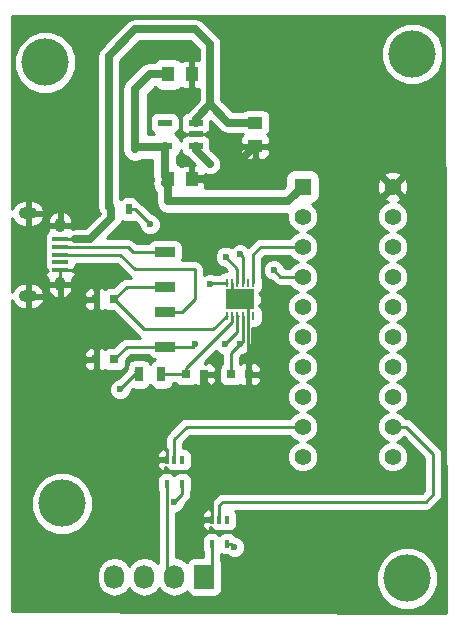
<source format=gbr>
G04 #@! TF.FileFunction,Copper,L1,Top,Signal*
%FSLAX46Y46*%
G04 Gerber Fmt 4.6, Leading zero omitted, Abs format (unit mm)*
G04 Created by KiCad (PCBNEW (2015-07-31 BZR 6030)-product) date Fri Sep 11 12:39:26 2015*
%MOMM*%
G01*
G04 APERTURE LIST*
%ADD10C,0.100000*%
%ADD11C,4.000000*%
%ADD12R,1.250000X1.000000*%
%ADD13R,0.800000X0.750000*%
%ADD14R,1.000000X1.250000*%
%ADD15R,1.350000X0.400000*%
%ADD16O,0.950000X1.250000*%
%ADD17O,1.550000X1.000000*%
%ADD18R,0.500000X0.900000*%
%ADD19R,1.727200X2.032000*%
%ADD20O,1.727200X2.032000*%
%ADD21R,1.700000X0.900000*%
%ADD22R,0.700000X1.300000*%
%ADD23R,0.250000X0.700000*%
%ADD24R,1.190000X0.830000*%
%ADD25R,1.397000X1.397000*%
%ADD26C,1.397000*%
%ADD27R,1.220000X0.620000*%
%ADD28R,0.406400X0.660400*%
%ADD29C,0.600000*%
%ADD30C,0.635000*%
%ADD31C,0.250000*%
%ADD32C,0.254000*%
G04 APERTURE END LIST*
D10*
D11*
X109372400Y-101092000D03*
X138582400Y-107442000D03*
X139039600Y-63042800D03*
D12*
X125730000Y-68850000D03*
X125730000Y-70850000D03*
D13*
X113780000Y-83820000D03*
X112280000Y-83820000D03*
X113780000Y-88900000D03*
X112280000Y-88900000D03*
X119900000Y-90170000D03*
X121400000Y-90170000D03*
D14*
X118380000Y-73660000D03*
X120380000Y-73660000D03*
D13*
X123710000Y-90170000D03*
X125210000Y-90170000D03*
D14*
X118380000Y-64770000D03*
X120380000Y-64770000D03*
D15*
X109220000Y-78740000D03*
X109220000Y-79390000D03*
X109220000Y-80040000D03*
X109220000Y-80690000D03*
X109220000Y-81340000D03*
D16*
X109220000Y-77540000D03*
X109220000Y-82540000D03*
D17*
X106520000Y-76540000D03*
X106520000Y-83540000D03*
D18*
X115050000Y-76200000D03*
X113550000Y-76200000D03*
D19*
X121437400Y-107315000D03*
D20*
X118897400Y-107315000D03*
X116357400Y-107315000D03*
X113817400Y-107315000D03*
D21*
X118110000Y-87810000D03*
X118110000Y-84910000D03*
X118110000Y-82730000D03*
X118110000Y-79830000D03*
D22*
X115890000Y-90170000D03*
X117790000Y-90170000D03*
D23*
X123335000Y-85220000D03*
X123785000Y-85220000D03*
X124235000Y-85220000D03*
X124685000Y-85220000D03*
X125135000Y-85220000D03*
X125585000Y-85220000D03*
X125585000Y-82420000D03*
X125135000Y-82420000D03*
X124685000Y-82420000D03*
X124235000Y-82420000D03*
X123785000Y-82420000D03*
X123335000Y-82420000D03*
D24*
X125055000Y-83405000D03*
X123865000Y-83405000D03*
X125055000Y-84235000D03*
X123865000Y-84235000D03*
D25*
X129743200Y-74269600D03*
D26*
X129743200Y-76809600D03*
X129743200Y-79349600D03*
X129743200Y-81889600D03*
X129743200Y-84429600D03*
X129743200Y-86969600D03*
X129743200Y-89509600D03*
X129743200Y-92049600D03*
X129743200Y-94589600D03*
X129743200Y-97129600D03*
X137363200Y-97129600D03*
X137363200Y-94589600D03*
X137363200Y-92049600D03*
X137363200Y-89509600D03*
X137363200Y-86969600D03*
X137363200Y-84429600D03*
X137363200Y-81889600D03*
X137363200Y-79349600D03*
X137363200Y-76809600D03*
X137363200Y-74269600D03*
D27*
X118070000Y-68900000D03*
X118070000Y-70800000D03*
X120690000Y-68900000D03*
X120690000Y-70800000D03*
X120690000Y-69850000D03*
D28*
X123367800Y-102489000D03*
X122047000Y-102489000D03*
X122707400Y-102489000D03*
X122047000Y-104521000D03*
X123367800Y-104521000D03*
X119557800Y-97409000D03*
X118237000Y-97409000D03*
X118897400Y-97409000D03*
X118237000Y-99441000D03*
X119557800Y-99441000D03*
D11*
X107950000Y-63754000D03*
D29*
X113325682Y-72390000D03*
X121920000Y-72390000D03*
X120650000Y-63500000D03*
X124460000Y-83820000D03*
X121920000Y-91440000D03*
X123190000Y-73660000D03*
X121920000Y-69850000D03*
X121437400Y-99695000D03*
X117627400Y-95885000D03*
X120650000Y-87630000D03*
X121920000Y-82550000D03*
X124460000Y-87630000D03*
X123977400Y-104775000D03*
X118897400Y-100965000D03*
X116840000Y-77470000D03*
X114300000Y-91440000D03*
X123190000Y-87630000D03*
X124460000Y-80010000D03*
X127304800Y-81330800D03*
X123240800Y-80213200D03*
D30*
X121920000Y-67310000D02*
X123460000Y-68850000D01*
X123460000Y-68850000D02*
X125730000Y-68850000D01*
D31*
X109220000Y-78740000D02*
X110490000Y-78740000D01*
D30*
X113550000Y-76950000D02*
X111760000Y-78740000D01*
X111760000Y-78740000D02*
X110490000Y-78740000D01*
X113550000Y-76950000D02*
X113550000Y-76200000D01*
X120690000Y-70800000D02*
X120690000Y-71160000D01*
X121920000Y-72390000D02*
X120690000Y-71160000D01*
X120690000Y-68900000D02*
X120690000Y-68540000D01*
X113325682Y-63204318D02*
X113325682Y-72390000D01*
X113325682Y-72390000D02*
X113325682Y-75975682D01*
X115570000Y-60960000D02*
X113325682Y-63204318D01*
X120650000Y-60960000D02*
X115570000Y-60960000D01*
X121920000Y-62230000D02*
X120650000Y-60960000D01*
X121920000Y-67310000D02*
X121920000Y-62230000D01*
X120690000Y-68540000D02*
X121920000Y-67310000D01*
X113325682Y-75975682D02*
X113550000Y-76200000D01*
D31*
X125680000Y-68900000D02*
X125730000Y-68850000D01*
X125730000Y-68850000D02*
X125460000Y-68580000D01*
X120380000Y-64770000D02*
X120380000Y-63770000D01*
X120380000Y-63770000D02*
X120650000Y-63500000D01*
D30*
X124460000Y-83820000D02*
X124875000Y-84235000D01*
X124875000Y-84235000D02*
X125055000Y-84235000D01*
X121400000Y-90170000D02*
X121400000Y-90920000D01*
X121400000Y-90920000D02*
X121920000Y-91440000D01*
D31*
X125730000Y-70850000D02*
X122920000Y-70850000D01*
X121920000Y-69850000D02*
X120690000Y-69850000D01*
X122920000Y-70850000D02*
X121920000Y-69850000D01*
X122047000Y-102489000D02*
X122047000Y-100304600D01*
X122047000Y-100304600D02*
X121437400Y-99695000D01*
X118237000Y-97409000D02*
X118237000Y-96494600D01*
X118237000Y-96494600D02*
X117627400Y-95885000D01*
X125135000Y-85220000D02*
X125135000Y-84315000D01*
X125135000Y-84315000D02*
X125055000Y-84235000D01*
X123785000Y-82420000D02*
X123785000Y-83325000D01*
X123785000Y-83325000D02*
X123865000Y-83405000D01*
X125135000Y-85220000D02*
X125135000Y-90095000D01*
X125135000Y-90095000D02*
X125210000Y-90170000D01*
D30*
X120380000Y-73660000D02*
X123190000Y-73660000D01*
X123190000Y-73660000D02*
X122920000Y-73660000D01*
X122920000Y-73660000D02*
X125460000Y-71120000D01*
D31*
X112280000Y-83820000D02*
X112280000Y-88900000D01*
X125730000Y-70850000D02*
X125730000Y-71120000D01*
X125730000Y-71120000D02*
X125730000Y-70850000D01*
X120690000Y-69850000D02*
X120650000Y-69850000D01*
X120650000Y-69850000D02*
X120690000Y-69850000D01*
X120380000Y-65040000D02*
X120380000Y-64770000D01*
X112280000Y-83820000D02*
X112280000Y-83070000D01*
X110550000Y-81340000D02*
X109220000Y-81340000D01*
X112280000Y-83070000D02*
X110550000Y-81340000D01*
X109220000Y-81340000D02*
X109220000Y-82540000D01*
X125460000Y-71120000D02*
X125730000Y-70850000D01*
X125730000Y-70850000D02*
X125460000Y-70850000D01*
X125460000Y-70850000D02*
X125730000Y-71120000D01*
X123335000Y-85220000D02*
X122195000Y-86360000D01*
X116320000Y-86360000D02*
X121920000Y-86360000D01*
X116320000Y-86360000D02*
X113780000Y-83820000D01*
X122195000Y-86360000D02*
X121920000Y-86360000D01*
X118110000Y-82730000D02*
X114870000Y-82730000D01*
X114870000Y-82730000D02*
X113780000Y-83820000D01*
X123335000Y-82420000D02*
X122050000Y-82420000D01*
X120470000Y-87810000D02*
X118110000Y-87810000D01*
X120650000Y-87630000D02*
X120470000Y-87810000D01*
X122050000Y-82420000D02*
X121920000Y-82550000D01*
X114870000Y-87810000D02*
X118110000Y-87810000D01*
X113780000Y-88900000D02*
X114870000Y-87810000D01*
X123785000Y-85220000D02*
X123785000Y-85765000D01*
X119900000Y-89650000D02*
X119900000Y-90170000D01*
X123785000Y-85765000D02*
X119900000Y-89650000D01*
X117790000Y-90170000D02*
X119900000Y-90170000D01*
D30*
X118380000Y-73660000D02*
X118380000Y-75504800D01*
X128508000Y-75504800D02*
X129743200Y-74269600D01*
X118380000Y-75504800D02*
X128508000Y-75504800D01*
X118380000Y-64770000D02*
X116840000Y-64770000D01*
X115762498Y-70927502D02*
X118070000Y-70927502D01*
X115570000Y-71120000D02*
X115762498Y-70927502D01*
X115570000Y-66040000D02*
X115570000Y-71120000D01*
X116840000Y-64770000D02*
X115570000Y-66040000D01*
X118070000Y-70927502D02*
X118070000Y-70800000D01*
X118070000Y-70800000D02*
X118070000Y-73350000D01*
X118070000Y-73350000D02*
X118380000Y-73660000D01*
X118380000Y-73660000D02*
X118110000Y-73930000D01*
D31*
X123710000Y-90170000D02*
X123710000Y-88380000D01*
X123710000Y-88380000D02*
X124460000Y-87630000D01*
X124685000Y-85220000D02*
X124685000Y-87405000D01*
X124685000Y-87405000D02*
X124460000Y-87630000D01*
X123367800Y-104521000D02*
X123723400Y-104521000D01*
X123723400Y-104521000D02*
X123977400Y-104775000D01*
X119557800Y-99441000D02*
X119557800Y-100304600D01*
X119557800Y-100304600D02*
X118897400Y-100965000D01*
X115050000Y-76200000D02*
X115570000Y-76200000D01*
X115570000Y-76200000D02*
X116840000Y-77470000D01*
X114300000Y-91440000D02*
X115570000Y-90170000D01*
X115570000Y-90170000D02*
X115890000Y-90170000D01*
X115570000Y-89850000D02*
X115890000Y-90170000D01*
X109220000Y-79390000D02*
X114950000Y-79390000D01*
X115390000Y-79830000D02*
X118110000Y-79830000D01*
X114950000Y-79390000D02*
X115390000Y-79830000D01*
X118110000Y-79830000D02*
X118110000Y-80010000D01*
X118110000Y-80010000D02*
X118110000Y-79830000D01*
X109220000Y-80040000D02*
X114330000Y-80040000D01*
X119560000Y-84910000D02*
X118110000Y-84910000D01*
X120650000Y-83820000D02*
X119560000Y-84910000D01*
X120650000Y-81280000D02*
X120650000Y-83820000D01*
X115570000Y-81280000D02*
X120650000Y-81280000D01*
X114330000Y-80040000D02*
X115570000Y-81280000D01*
X118110000Y-84910000D02*
X118110000Y-85090000D01*
X118110000Y-85090000D02*
X118110000Y-84910000D01*
X122047000Y-104521000D02*
X122047000Y-106705400D01*
X122047000Y-106705400D02*
X121437400Y-107315000D01*
X118237000Y-99441000D02*
X118237000Y-106654600D01*
X118237000Y-106654600D02*
X118897400Y-107315000D01*
X124235000Y-86585000D02*
X124235000Y-85220000D01*
X123190000Y-87630000D02*
X124235000Y-86585000D01*
X124685000Y-80235000D02*
X124460000Y-80010000D01*
X124685000Y-82420000D02*
X124685000Y-80235000D01*
X124314998Y-85220000D02*
X124235000Y-85220000D01*
X125585000Y-82420000D02*
X125585000Y-80002600D01*
X126238000Y-79349600D02*
X129743200Y-79349600D01*
X125585000Y-80002600D02*
X126238000Y-79349600D01*
X124235000Y-82420000D02*
X124235000Y-81207400D01*
X127863600Y-81889600D02*
X129743200Y-81889600D01*
X127304800Y-81330800D02*
X127863600Y-81889600D01*
X124235000Y-81207400D02*
X123240800Y-80213200D01*
X129743200Y-94589600D02*
X119938800Y-94589600D01*
X118897400Y-95631000D02*
X118897400Y-97409000D01*
X119938800Y-94589600D02*
X118897400Y-95631000D01*
X137363200Y-94589600D02*
X138480800Y-94589600D01*
X122707400Y-101269800D02*
X122707400Y-102489000D01*
X123037600Y-100939600D02*
X122707400Y-101269800D01*
X140157200Y-100939600D02*
X123037600Y-100939600D01*
X140817600Y-100279200D02*
X140157200Y-100939600D01*
X140817600Y-96926400D02*
X140817600Y-100279200D01*
X138480800Y-94589600D02*
X140817600Y-96926400D01*
D32*
G36*
X141707106Y-59867626D02*
X141909288Y-110413098D01*
X105181400Y-110211296D01*
X105181400Y-107130255D01*
X112318800Y-107130255D01*
X112318800Y-107499745D01*
X112432874Y-108073234D01*
X112757730Y-108559415D01*
X113243911Y-108884271D01*
X113817400Y-108998345D01*
X114390889Y-108884271D01*
X114877070Y-108559415D01*
X115087400Y-108244634D01*
X115297730Y-108559415D01*
X115783911Y-108884271D01*
X116357400Y-108998345D01*
X116930889Y-108884271D01*
X117417070Y-108559415D01*
X117627400Y-108244634D01*
X117837730Y-108559415D01*
X118323911Y-108884271D01*
X118897400Y-108998345D01*
X119470889Y-108884271D01*
X119957070Y-108559415D01*
X119966643Y-108545087D01*
X119970638Y-108566317D01*
X120109710Y-108782441D01*
X120321910Y-108927431D01*
X120573800Y-108978440D01*
X122301000Y-108978440D01*
X122536317Y-108934162D01*
X122752441Y-108795090D01*
X122897431Y-108582890D01*
X122948440Y-108331000D01*
X122948440Y-107963834D01*
X135946943Y-107963834D01*
X136347253Y-108932658D01*
X137087843Y-109674542D01*
X138055967Y-110076542D01*
X139104234Y-110077457D01*
X140073058Y-109677147D01*
X140814942Y-108936557D01*
X141216942Y-107968433D01*
X141217857Y-106920166D01*
X140817547Y-105951342D01*
X140076957Y-105209458D01*
X139108833Y-104807458D01*
X138060566Y-104806543D01*
X137091742Y-105206853D01*
X136349858Y-105947443D01*
X135947858Y-106915567D01*
X135946943Y-107963834D01*
X122948440Y-107963834D01*
X122948440Y-106299000D01*
X122904162Y-106063683D01*
X122807000Y-105912689D01*
X122807000Y-105375402D01*
X122912710Y-105447631D01*
X123164600Y-105498640D01*
X123378641Y-105498640D01*
X123447073Y-105567192D01*
X123790601Y-105709838D01*
X124162567Y-105710162D01*
X124506343Y-105568117D01*
X124769592Y-105305327D01*
X124912238Y-104961799D01*
X124912562Y-104589833D01*
X124770517Y-104246057D01*
X124507727Y-103982808D01*
X124164199Y-103840162D01*
X124099919Y-103840106D01*
X124035090Y-103739359D01*
X123822890Y-103594369D01*
X123571000Y-103543360D01*
X123164600Y-103543360D01*
X122929283Y-103587638D01*
X122713159Y-103726710D01*
X122707627Y-103734806D01*
X122502090Y-103594369D01*
X122250200Y-103543360D01*
X121843800Y-103543360D01*
X121608483Y-103587638D01*
X121392359Y-103726710D01*
X121247369Y-103938910D01*
X121196360Y-104190800D01*
X121196360Y-104851200D01*
X121240638Y-105086517D01*
X121287000Y-105158566D01*
X121287000Y-105651560D01*
X120573800Y-105651560D01*
X120338483Y-105695838D01*
X120122359Y-105834910D01*
X119977369Y-106047110D01*
X119969000Y-106088439D01*
X119957070Y-106070585D01*
X119470889Y-105745729D01*
X118997000Y-105651467D01*
X118997000Y-102032490D01*
X121208800Y-102032490D01*
X121208800Y-102203250D01*
X121367550Y-102362000D01*
X121856760Y-102362000D01*
X121856760Y-102616000D01*
X121367550Y-102616000D01*
X121208800Y-102774750D01*
X121208800Y-102945510D01*
X121305473Y-103178899D01*
X121484102Y-103357527D01*
X121717491Y-103454200D01*
X121786650Y-103454200D01*
X121945400Y-103295450D01*
X121945400Y-103123457D01*
X122040110Y-103270641D01*
X122252310Y-103415631D01*
X122272963Y-103419813D01*
X122307350Y-103454200D01*
X122376509Y-103454200D01*
X122398266Y-103445188D01*
X122504200Y-103466640D01*
X122910600Y-103466640D01*
X123042262Y-103441866D01*
X123164600Y-103466640D01*
X123571000Y-103466640D01*
X123806317Y-103422362D01*
X124022441Y-103283290D01*
X124167431Y-103071090D01*
X124218440Y-102819200D01*
X124218440Y-102158800D01*
X124174162Y-101923483D01*
X124035090Y-101707359D01*
X124023734Y-101699600D01*
X140157200Y-101699600D01*
X140448039Y-101641748D01*
X140694601Y-101477001D01*
X141355001Y-100816601D01*
X141519748Y-100570039D01*
X141577600Y-100279200D01*
X141577600Y-96926400D01*
X141519748Y-96635561D01*
X141519748Y-96635560D01*
X141355001Y-96388999D01*
X139018201Y-94052199D01*
X138771639Y-93887452D01*
X138490702Y-93831570D01*
X138119553Y-93459773D01*
X137781754Y-93319506D01*
X138117580Y-93180746D01*
X138493027Y-92805953D01*
X138696468Y-92316013D01*
X138696931Y-91785514D01*
X138494346Y-91295220D01*
X138119553Y-90919773D01*
X137781754Y-90779506D01*
X138117580Y-90640746D01*
X138493027Y-90265953D01*
X138696468Y-89776013D01*
X138696931Y-89245514D01*
X138494346Y-88755220D01*
X138119553Y-88379773D01*
X137781754Y-88239506D01*
X138117580Y-88100746D01*
X138493027Y-87725953D01*
X138696468Y-87236013D01*
X138696931Y-86705514D01*
X138494346Y-86215220D01*
X138119553Y-85839773D01*
X137781754Y-85699506D01*
X138117580Y-85560746D01*
X138493027Y-85185953D01*
X138696468Y-84696013D01*
X138696931Y-84165514D01*
X138494346Y-83675220D01*
X138119553Y-83299773D01*
X137781754Y-83159506D01*
X138117580Y-83020746D01*
X138493027Y-82645953D01*
X138696468Y-82156013D01*
X138696931Y-81625514D01*
X138494346Y-81135220D01*
X138119553Y-80759773D01*
X137781754Y-80619506D01*
X138117580Y-80480746D01*
X138493027Y-80105953D01*
X138696468Y-79616013D01*
X138696931Y-79085514D01*
X138494346Y-78595220D01*
X138119553Y-78219773D01*
X137781754Y-78079506D01*
X138117580Y-77940746D01*
X138493027Y-77565953D01*
X138696468Y-77076013D01*
X138696931Y-76545514D01*
X138494346Y-76055220D01*
X138119553Y-75679773D01*
X137798082Y-75546286D01*
X138056129Y-75439400D01*
X138117783Y-75203788D01*
X137363200Y-74449205D01*
X136608617Y-75203788D01*
X136670271Y-75439400D01*
X136949512Y-75537683D01*
X136608820Y-75678454D01*
X136233373Y-76053247D01*
X136029932Y-76543187D01*
X136029469Y-77073686D01*
X136232054Y-77563980D01*
X136606847Y-77939427D01*
X136944646Y-78079694D01*
X136608820Y-78218454D01*
X136233373Y-78593247D01*
X136029932Y-79083187D01*
X136029469Y-79613686D01*
X136232054Y-80103980D01*
X136606847Y-80479427D01*
X136944646Y-80619694D01*
X136608820Y-80758454D01*
X136233373Y-81133247D01*
X136029932Y-81623187D01*
X136029469Y-82153686D01*
X136232054Y-82643980D01*
X136606847Y-83019427D01*
X136944646Y-83159694D01*
X136608820Y-83298454D01*
X136233373Y-83673247D01*
X136029932Y-84163187D01*
X136029469Y-84693686D01*
X136232054Y-85183980D01*
X136606847Y-85559427D01*
X136944646Y-85699694D01*
X136608820Y-85838454D01*
X136233373Y-86213247D01*
X136029932Y-86703187D01*
X136029469Y-87233686D01*
X136232054Y-87723980D01*
X136606847Y-88099427D01*
X136944646Y-88239694D01*
X136608820Y-88378454D01*
X136233373Y-88753247D01*
X136029932Y-89243187D01*
X136029469Y-89773686D01*
X136232054Y-90263980D01*
X136606847Y-90639427D01*
X136944646Y-90779694D01*
X136608820Y-90918454D01*
X136233373Y-91293247D01*
X136029932Y-91783187D01*
X136029469Y-92313686D01*
X136232054Y-92803980D01*
X136606847Y-93179427D01*
X136944646Y-93319694D01*
X136608820Y-93458454D01*
X136233373Y-93833247D01*
X136029932Y-94323187D01*
X136029469Y-94853686D01*
X136232054Y-95343980D01*
X136606847Y-95719427D01*
X136944646Y-95859694D01*
X136608820Y-95998454D01*
X136233373Y-96373247D01*
X136029932Y-96863187D01*
X136029469Y-97393686D01*
X136232054Y-97883980D01*
X136606847Y-98259427D01*
X137096787Y-98462868D01*
X137627286Y-98463331D01*
X138117580Y-98260746D01*
X138493027Y-97885953D01*
X138696468Y-97396013D01*
X138696931Y-96865514D01*
X138494346Y-96375220D01*
X138119553Y-95999773D01*
X137781754Y-95859506D01*
X138117580Y-95720746D01*
X138327545Y-95511147D01*
X140057600Y-97241202D01*
X140057600Y-99964398D01*
X139842398Y-100179600D01*
X123037600Y-100179600D01*
X122746760Y-100237452D01*
X122500199Y-100402199D01*
X122169999Y-100732399D01*
X122005252Y-100978961D01*
X121947400Y-101269800D01*
X121947400Y-101523800D01*
X121919998Y-101523800D01*
X121919998Y-101657148D01*
X121786650Y-101523800D01*
X121717491Y-101523800D01*
X121484102Y-101620473D01*
X121305473Y-101799101D01*
X121208800Y-102032490D01*
X118997000Y-102032490D01*
X118997000Y-101900087D01*
X119082567Y-101900162D01*
X119426343Y-101758117D01*
X119689592Y-101495327D01*
X119832238Y-101151799D01*
X119832279Y-101104923D01*
X120095201Y-100842001D01*
X120259948Y-100595439D01*
X120317800Y-100304600D01*
X120317800Y-100081092D01*
X120357431Y-100023090D01*
X120408440Y-99771200D01*
X120408440Y-99110800D01*
X120364162Y-98875483D01*
X120225090Y-98659359D01*
X120012890Y-98514369D01*
X119761000Y-98463360D01*
X119354600Y-98463360D01*
X119119283Y-98507638D01*
X118903159Y-98646710D01*
X118897627Y-98654806D01*
X118692090Y-98514369D01*
X118440200Y-98463360D01*
X118033800Y-98463360D01*
X117798483Y-98507638D01*
X117582359Y-98646710D01*
X117437369Y-98858910D01*
X117386360Y-99110800D01*
X117386360Y-99771200D01*
X117430638Y-100006517D01*
X117477000Y-100078566D01*
X117477000Y-106160277D01*
X117417070Y-106070585D01*
X116930889Y-105745729D01*
X116357400Y-105631655D01*
X115783911Y-105745729D01*
X115297730Y-106070585D01*
X115087400Y-106385366D01*
X114877070Y-106070585D01*
X114390889Y-105745729D01*
X113817400Y-105631655D01*
X113243911Y-105745729D01*
X112757730Y-106070585D01*
X112432874Y-106556766D01*
X112318800Y-107130255D01*
X105181400Y-107130255D01*
X105181400Y-101613834D01*
X106736943Y-101613834D01*
X107137253Y-102582658D01*
X107877843Y-103324542D01*
X108845967Y-103726542D01*
X109894234Y-103727457D01*
X110863058Y-103327147D01*
X111604942Y-102586557D01*
X112006942Y-101618433D01*
X112007857Y-100570166D01*
X111607547Y-99601342D01*
X110866957Y-98859458D01*
X109898833Y-98457458D01*
X108850566Y-98456543D01*
X107881742Y-98856853D01*
X107139858Y-99597443D01*
X106737858Y-100565567D01*
X106736943Y-101613834D01*
X105181400Y-101613834D01*
X105181400Y-89185750D01*
X111245000Y-89185750D01*
X111245000Y-89401310D01*
X111341673Y-89634699D01*
X111520302Y-89813327D01*
X111753691Y-89910000D01*
X111994250Y-89910000D01*
X112153000Y-89751250D01*
X112153000Y-89027000D01*
X111403750Y-89027000D01*
X111245000Y-89185750D01*
X105181400Y-89185750D01*
X105181400Y-88398690D01*
X111245000Y-88398690D01*
X111245000Y-88614250D01*
X111403750Y-88773000D01*
X112153000Y-88773000D01*
X112153000Y-88048750D01*
X111994250Y-87890000D01*
X111753691Y-87890000D01*
X111520302Y-87986673D01*
X111341673Y-88165301D01*
X111245000Y-88398690D01*
X105181400Y-88398690D01*
X105181400Y-83904029D01*
X105352632Y-84252763D01*
X105693322Y-84540002D01*
X106118000Y-84675000D01*
X106393000Y-84675000D01*
X106393000Y-83667000D01*
X106647000Y-83667000D01*
X106647000Y-84675000D01*
X106922000Y-84675000D01*
X107346678Y-84540002D01*
X107687368Y-84252763D01*
X107759552Y-84105750D01*
X111245000Y-84105750D01*
X111245000Y-84321310D01*
X111341673Y-84554699D01*
X111520302Y-84733327D01*
X111753691Y-84830000D01*
X111994250Y-84830000D01*
X112153000Y-84671250D01*
X112153000Y-83947000D01*
X111403750Y-83947000D01*
X111245000Y-84105750D01*
X107759552Y-84105750D01*
X107889119Y-83841874D01*
X107762954Y-83667000D01*
X106647000Y-83667000D01*
X106393000Y-83667000D01*
X106373000Y-83667000D01*
X106373000Y-83413000D01*
X106393000Y-83413000D01*
X106393000Y-82405000D01*
X106647000Y-82405000D01*
X106647000Y-83413000D01*
X107762954Y-83413000D01*
X107889119Y-83238126D01*
X107694191Y-82841131D01*
X108118771Y-82841131D01*
X108260432Y-83251049D01*
X108548179Y-83575552D01*
X108922062Y-83759268D01*
X109093000Y-83632734D01*
X109093000Y-82667000D01*
X109347000Y-82667000D01*
X109347000Y-83632734D01*
X109517938Y-83759268D01*
X109891821Y-83575552D01*
X110119588Y-83318690D01*
X111245000Y-83318690D01*
X111245000Y-83534250D01*
X111403750Y-83693000D01*
X112153000Y-83693000D01*
X112153000Y-82968750D01*
X111994250Y-82810000D01*
X111753691Y-82810000D01*
X111520302Y-82906673D01*
X111341673Y-83085301D01*
X111245000Y-83318690D01*
X110119588Y-83318690D01*
X110179568Y-83251049D01*
X110321229Y-82841131D01*
X110172563Y-82667000D01*
X109347000Y-82667000D01*
X109093000Y-82667000D01*
X108267437Y-82667000D01*
X108118771Y-82841131D01*
X107694191Y-82841131D01*
X107687368Y-82827237D01*
X107346678Y-82539998D01*
X106922000Y-82405000D01*
X106647000Y-82405000D01*
X106393000Y-82405000D01*
X106118000Y-82405000D01*
X105693322Y-82539998D01*
X105352632Y-82827237D01*
X105181400Y-83175971D01*
X105181400Y-78540000D01*
X107897560Y-78540000D01*
X107897560Y-78940000D01*
X107921944Y-79069589D01*
X107897560Y-79190000D01*
X107897560Y-79590000D01*
X107921944Y-79719589D01*
X107897560Y-79840000D01*
X107897560Y-80240000D01*
X107921944Y-80369589D01*
X107897560Y-80490000D01*
X107897560Y-80890000D01*
X107917450Y-80995705D01*
X107910000Y-81013690D01*
X107910000Y-81081250D01*
X107939004Y-81110254D01*
X107941838Y-81125317D01*
X108080910Y-81341441D01*
X108225156Y-81440000D01*
X108068750Y-81440000D01*
X107910000Y-81598750D01*
X107910000Y-81666310D01*
X108006673Y-81899699D01*
X108177090Y-82070115D01*
X108118771Y-82238869D01*
X108267437Y-82413000D01*
X109093000Y-82413000D01*
X109093000Y-82393000D01*
X109347000Y-82393000D01*
X109347000Y-82413000D01*
X110172563Y-82413000D01*
X110321229Y-82238869D01*
X110262910Y-82070115D01*
X110433327Y-81899699D01*
X110530000Y-81666310D01*
X110530000Y-81598750D01*
X110371250Y-81440000D01*
X110212933Y-81440000D01*
X110346441Y-81354090D01*
X110491431Y-81141890D01*
X110497035Y-81114215D01*
X110530000Y-81081250D01*
X110530000Y-81013690D01*
X110521532Y-80993247D01*
X110542440Y-80890000D01*
X110542440Y-80800000D01*
X114015198Y-80800000D01*
X115032599Y-81817401D01*
X115260980Y-81970000D01*
X114870000Y-81970000D01*
X114579161Y-82027852D01*
X114332599Y-82192599D01*
X113727638Y-82797560D01*
X113380000Y-82797560D01*
X113144683Y-82841838D01*
X113041354Y-82908329D01*
X113039698Y-82906673D01*
X112806309Y-82810000D01*
X112565750Y-82810000D01*
X112407000Y-82968750D01*
X112407000Y-83693000D01*
X112427000Y-83693000D01*
X112427000Y-83947000D01*
X112407000Y-83947000D01*
X112407000Y-84671250D01*
X112565750Y-84830000D01*
X112806309Y-84830000D01*
X113039698Y-84733327D01*
X113041068Y-84731957D01*
X113128110Y-84791431D01*
X113380000Y-84842440D01*
X113727638Y-84842440D01*
X115782599Y-86897401D01*
X116010979Y-87050000D01*
X114870000Y-87050000D01*
X114579161Y-87107852D01*
X114332599Y-87272599D01*
X113727638Y-87877560D01*
X113380000Y-87877560D01*
X113144683Y-87921838D01*
X113041354Y-87988329D01*
X113039698Y-87986673D01*
X112806309Y-87890000D01*
X112565750Y-87890000D01*
X112407000Y-88048750D01*
X112407000Y-88773000D01*
X112427000Y-88773000D01*
X112427000Y-89027000D01*
X112407000Y-89027000D01*
X112407000Y-89751250D01*
X112565750Y-89910000D01*
X112806309Y-89910000D01*
X113039698Y-89813327D01*
X113041068Y-89811957D01*
X113128110Y-89871431D01*
X113380000Y-89922440D01*
X114180000Y-89922440D01*
X114415317Y-89878162D01*
X114631441Y-89739090D01*
X114776431Y-89526890D01*
X114827440Y-89275000D01*
X114827440Y-88927362D01*
X115184802Y-88570000D01*
X116704895Y-88570000D01*
X116795910Y-88711441D01*
X117008110Y-88856431D01*
X117257413Y-88906916D01*
X117204683Y-88916838D01*
X116988559Y-89055910D01*
X116843569Y-89268110D01*
X116840919Y-89281197D01*
X116704090Y-89068559D01*
X116491890Y-88923569D01*
X116240000Y-88872560D01*
X115540000Y-88872560D01*
X115304683Y-88916838D01*
X115088559Y-89055910D01*
X114943569Y-89268110D01*
X114892560Y-89520000D01*
X114892560Y-89522183D01*
X114867852Y-89559161D01*
X114810000Y-89850000D01*
X114810862Y-89854336D01*
X114160320Y-90504878D01*
X114114833Y-90504838D01*
X113771057Y-90646883D01*
X113507808Y-90909673D01*
X113365162Y-91253201D01*
X113364838Y-91625167D01*
X113506883Y-91968943D01*
X113769673Y-92232192D01*
X114113201Y-92374838D01*
X114485167Y-92375162D01*
X114828943Y-92233117D01*
X115092192Y-91970327D01*
X115234838Y-91626799D01*
X115234879Y-91579923D01*
X115379803Y-91434999D01*
X115540000Y-91467440D01*
X116240000Y-91467440D01*
X116475317Y-91423162D01*
X116691441Y-91284090D01*
X116836431Y-91071890D01*
X116839081Y-91058803D01*
X116975910Y-91271441D01*
X117188110Y-91416431D01*
X117440000Y-91467440D01*
X118140000Y-91467440D01*
X118375317Y-91423162D01*
X118591441Y-91284090D01*
X118736431Y-91071890D01*
X118765164Y-90930000D01*
X118993156Y-90930000D01*
X119035910Y-90996441D01*
X119248110Y-91141431D01*
X119500000Y-91192440D01*
X120300000Y-91192440D01*
X120535317Y-91148162D01*
X120638646Y-91081671D01*
X120640302Y-91083327D01*
X120873691Y-91180000D01*
X121114250Y-91180000D01*
X121273000Y-91021250D01*
X121273000Y-90297000D01*
X121527000Y-90297000D01*
X121527000Y-91021250D01*
X121685750Y-91180000D01*
X121926309Y-91180000D01*
X122159698Y-91083327D01*
X122338327Y-90904699D01*
X122435000Y-90671310D01*
X122435000Y-90455750D01*
X122276250Y-90297000D01*
X121527000Y-90297000D01*
X121273000Y-90297000D01*
X121253000Y-90297000D01*
X121253000Y-90043000D01*
X121273000Y-90043000D01*
X121273000Y-90023000D01*
X121527000Y-90023000D01*
X121527000Y-90043000D01*
X122276250Y-90043000D01*
X122435000Y-89884250D01*
X122435000Y-89668690D01*
X122338327Y-89435301D01*
X122159698Y-89256673D01*
X121926309Y-89160000D01*
X121685750Y-89160000D01*
X121527002Y-89318748D01*
X121527002Y-89160000D01*
X121464802Y-89160000D01*
X122431341Y-88193461D01*
X122659673Y-88422192D01*
X122950000Y-88542747D01*
X122950000Y-89272069D01*
X122858559Y-89330910D01*
X122713569Y-89543110D01*
X122662560Y-89795000D01*
X122662560Y-90545000D01*
X122706838Y-90780317D01*
X122845910Y-90996441D01*
X123058110Y-91141431D01*
X123310000Y-91192440D01*
X124110000Y-91192440D01*
X124345317Y-91148162D01*
X124448646Y-91081671D01*
X124450302Y-91083327D01*
X124683691Y-91180000D01*
X124924250Y-91180000D01*
X125083000Y-91021250D01*
X125083000Y-90297000D01*
X125337000Y-90297000D01*
X125337000Y-91021250D01*
X125495750Y-91180000D01*
X125736309Y-91180000D01*
X125969698Y-91083327D01*
X126148327Y-90904699D01*
X126245000Y-90671310D01*
X126245000Y-90455750D01*
X126086250Y-90297000D01*
X125337000Y-90297000D01*
X125083000Y-90297000D01*
X125063000Y-90297000D01*
X125063000Y-90043000D01*
X125083000Y-90043000D01*
X125083000Y-89318750D01*
X125337000Y-89318750D01*
X125337000Y-90043000D01*
X126086250Y-90043000D01*
X126245000Y-89884250D01*
X126245000Y-89668690D01*
X126148327Y-89435301D01*
X125969698Y-89256673D01*
X125736309Y-89160000D01*
X125495750Y-89160000D01*
X125337000Y-89318750D01*
X125083000Y-89318750D01*
X124924250Y-89160000D01*
X124683691Y-89160000D01*
X124470000Y-89248514D01*
X124470000Y-88694802D01*
X124599680Y-88565122D01*
X124645167Y-88565162D01*
X124988943Y-88423117D01*
X125252192Y-88160327D01*
X125394838Y-87816799D01*
X125394978Y-87656477D01*
X125445000Y-87405000D01*
X125445000Y-86214402D01*
X125460000Y-86217440D01*
X125710000Y-86217440D01*
X125945317Y-86173162D01*
X126161441Y-86034090D01*
X126306431Y-85821890D01*
X126357440Y-85570000D01*
X126357440Y-84870000D01*
X126313162Y-84634683D01*
X126285000Y-84590918D01*
X126285000Y-84520750D01*
X126126250Y-84362000D01*
X126091313Y-84362000D01*
X126040646Y-84327380D01*
X126188327Y-84179698D01*
X126282920Y-83951330D01*
X126285000Y-83949250D01*
X126285000Y-83690750D01*
X126282920Y-83688670D01*
X126188327Y-83460302D01*
X126040159Y-83312133D01*
X126093203Y-83278000D01*
X126126250Y-83278000D01*
X126285000Y-83119250D01*
X126285000Y-83053255D01*
X126306431Y-83021890D01*
X126357440Y-82770000D01*
X126357440Y-82070000D01*
X126345000Y-82003887D01*
X126345000Y-80317402D01*
X126552802Y-80109600D01*
X128617664Y-80109600D01*
X128986847Y-80479427D01*
X129324646Y-80619694D01*
X128988820Y-80758454D01*
X128617026Y-81129600D01*
X128233337Y-81129600D01*
X128097917Y-80801857D01*
X127835127Y-80538608D01*
X127491599Y-80395962D01*
X127119633Y-80395638D01*
X126775857Y-80537683D01*
X126512608Y-80800473D01*
X126369962Y-81144001D01*
X126369638Y-81515967D01*
X126511683Y-81859743D01*
X126774473Y-82122992D01*
X127118001Y-82265638D01*
X127164877Y-82265679D01*
X127326199Y-82427001D01*
X127572761Y-82591748D01*
X127863600Y-82649600D01*
X128617664Y-82649600D01*
X128986847Y-83019427D01*
X129324646Y-83159694D01*
X128988820Y-83298454D01*
X128613373Y-83673247D01*
X128409932Y-84163187D01*
X128409469Y-84693686D01*
X128612054Y-85183980D01*
X128986847Y-85559427D01*
X129324646Y-85699694D01*
X128988820Y-85838454D01*
X128613373Y-86213247D01*
X128409932Y-86703187D01*
X128409469Y-87233686D01*
X128612054Y-87723980D01*
X128986847Y-88099427D01*
X129324646Y-88239694D01*
X128988820Y-88378454D01*
X128613373Y-88753247D01*
X128409932Y-89243187D01*
X128409469Y-89773686D01*
X128612054Y-90263980D01*
X128986847Y-90639427D01*
X129324646Y-90779694D01*
X128988820Y-90918454D01*
X128613373Y-91293247D01*
X128409932Y-91783187D01*
X128409469Y-92313686D01*
X128612054Y-92803980D01*
X128986847Y-93179427D01*
X129324646Y-93319694D01*
X128988820Y-93458454D01*
X128617026Y-93829600D01*
X119938800Y-93829600D01*
X119647961Y-93887452D01*
X119401399Y-94052199D01*
X118359999Y-95093599D01*
X118195252Y-95340161D01*
X118137400Y-95631000D01*
X118137400Y-96443800D01*
X118109998Y-96443800D01*
X118109998Y-96577148D01*
X117976650Y-96443800D01*
X117907491Y-96443800D01*
X117674102Y-96540473D01*
X117495473Y-96719101D01*
X117398800Y-96952490D01*
X117398800Y-97123250D01*
X117557550Y-97282000D01*
X118046760Y-97282000D01*
X118046760Y-97536000D01*
X117557550Y-97536000D01*
X117398800Y-97694750D01*
X117398800Y-97865510D01*
X117495473Y-98098899D01*
X117674102Y-98277527D01*
X117907491Y-98374200D01*
X117976650Y-98374200D01*
X118135400Y-98215450D01*
X118135400Y-98043457D01*
X118230110Y-98190641D01*
X118442310Y-98335631D01*
X118462963Y-98339813D01*
X118497350Y-98374200D01*
X118566509Y-98374200D01*
X118588266Y-98365188D01*
X118694200Y-98386640D01*
X119100600Y-98386640D01*
X119232262Y-98361866D01*
X119354600Y-98386640D01*
X119761000Y-98386640D01*
X119996317Y-98342362D01*
X120212441Y-98203290D01*
X120357431Y-97991090D01*
X120408440Y-97739200D01*
X120408440Y-97078800D01*
X120364162Y-96843483D01*
X120225090Y-96627359D01*
X120012890Y-96482369D01*
X119761000Y-96431360D01*
X119657400Y-96431360D01*
X119657400Y-95945802D01*
X120253602Y-95349600D01*
X128617664Y-95349600D01*
X128986847Y-95719427D01*
X129324646Y-95859694D01*
X128988820Y-95998454D01*
X128613373Y-96373247D01*
X128409932Y-96863187D01*
X128409469Y-97393686D01*
X128612054Y-97883980D01*
X128986847Y-98259427D01*
X129476787Y-98462868D01*
X130007286Y-98463331D01*
X130497580Y-98260746D01*
X130873027Y-97885953D01*
X131076468Y-97396013D01*
X131076931Y-96865514D01*
X130874346Y-96375220D01*
X130499553Y-95999773D01*
X130161754Y-95859506D01*
X130497580Y-95720746D01*
X130873027Y-95345953D01*
X131076468Y-94856013D01*
X131076931Y-94325514D01*
X130874346Y-93835220D01*
X130499553Y-93459773D01*
X130161754Y-93319506D01*
X130497580Y-93180746D01*
X130873027Y-92805953D01*
X131076468Y-92316013D01*
X131076931Y-91785514D01*
X130874346Y-91295220D01*
X130499553Y-90919773D01*
X130161754Y-90779506D01*
X130497580Y-90640746D01*
X130873027Y-90265953D01*
X131076468Y-89776013D01*
X131076931Y-89245514D01*
X130874346Y-88755220D01*
X130499553Y-88379773D01*
X130161754Y-88239506D01*
X130497580Y-88100746D01*
X130873027Y-87725953D01*
X131076468Y-87236013D01*
X131076931Y-86705514D01*
X130874346Y-86215220D01*
X130499553Y-85839773D01*
X130161754Y-85699506D01*
X130497580Y-85560746D01*
X130873027Y-85185953D01*
X131076468Y-84696013D01*
X131076931Y-84165514D01*
X130874346Y-83675220D01*
X130499553Y-83299773D01*
X130161754Y-83159506D01*
X130497580Y-83020746D01*
X130873027Y-82645953D01*
X131076468Y-82156013D01*
X131076931Y-81625514D01*
X130874346Y-81135220D01*
X130499553Y-80759773D01*
X130161754Y-80619506D01*
X130497580Y-80480746D01*
X130873027Y-80105953D01*
X131076468Y-79616013D01*
X131076931Y-79085514D01*
X130874346Y-78595220D01*
X130499553Y-78219773D01*
X130161754Y-78079506D01*
X130497580Y-77940746D01*
X130873027Y-77565953D01*
X131076468Y-77076013D01*
X131076931Y-76545514D01*
X130874346Y-76055220D01*
X130545245Y-75725545D01*
X130724080Y-75691895D01*
X130983429Y-75525008D01*
X131157417Y-75270369D01*
X131218628Y-74968100D01*
X131218628Y-74077080D01*
X136017273Y-74077080D01*
X136046052Y-74606799D01*
X136193400Y-74962529D01*
X136429012Y-75024183D01*
X137183595Y-74269600D01*
X137542805Y-74269600D01*
X138297388Y-75024183D01*
X138533000Y-74962529D01*
X138709127Y-74462120D01*
X138680348Y-73932401D01*
X138533000Y-73576671D01*
X138297388Y-73515017D01*
X137542805Y-74269600D01*
X137183595Y-74269600D01*
X136429012Y-73515017D01*
X136193400Y-73576671D01*
X136017273Y-74077080D01*
X131218628Y-74077080D01*
X131218628Y-73571100D01*
X131174281Y-73335412D01*
X136608617Y-73335412D01*
X137363200Y-74089995D01*
X138117783Y-73335412D01*
X138056129Y-73099800D01*
X137555720Y-72923673D01*
X137026001Y-72952452D01*
X136670271Y-73099800D01*
X136608617Y-73335412D01*
X131174281Y-73335412D01*
X131165495Y-73288720D01*
X130998608Y-73029371D01*
X130743969Y-72855383D01*
X130441700Y-72794172D01*
X129044700Y-72794172D01*
X128762320Y-72847305D01*
X128502971Y-73014192D01*
X128328983Y-73268831D01*
X128267772Y-73571100D01*
X128267772Y-74218384D01*
X128060856Y-74425300D01*
X121509205Y-74425300D01*
X121515000Y-74411310D01*
X121515000Y-73945750D01*
X121356250Y-73787000D01*
X120507000Y-73787000D01*
X120507000Y-73807000D01*
X120253000Y-73807000D01*
X120253000Y-73787000D01*
X120233000Y-73787000D01*
X120233000Y-73533000D01*
X120253000Y-73533000D01*
X120253000Y-72558750D01*
X120094250Y-72400000D01*
X119753691Y-72400000D01*
X119520302Y-72496673D01*
X119470892Y-72546083D01*
X119436908Y-72493271D01*
X119182269Y-72319283D01*
X119149500Y-72312647D01*
X119149500Y-71713386D01*
X119221729Y-71666908D01*
X119395717Y-71412269D01*
X119444297Y-71172375D01*
X119476838Y-71345317D01*
X119615910Y-71561441D01*
X119828110Y-71706431D01*
X119947752Y-71730659D01*
X120016481Y-71833519D01*
X120624356Y-72441394D01*
X120507000Y-72558750D01*
X120507000Y-73533000D01*
X121356250Y-73533000D01*
X121515000Y-73374250D01*
X121515000Y-73242938D01*
X121555494Y-73269995D01*
X121643083Y-73287418D01*
X121733201Y-73324838D01*
X121831638Y-73324924D01*
X121920000Y-73342500D01*
X122007591Y-73325077D01*
X122105167Y-73325162D01*
X122196143Y-73287572D01*
X122284506Y-73269995D01*
X122358761Y-73220379D01*
X122448943Y-73183117D01*
X122518610Y-73113572D01*
X122593519Y-73063519D01*
X122643135Y-72989264D01*
X122712192Y-72920327D01*
X122749942Y-72829416D01*
X122799995Y-72754506D01*
X122817418Y-72666917D01*
X122854838Y-72576799D01*
X122854924Y-72478362D01*
X122872500Y-72390000D01*
X122855077Y-72302409D01*
X122855162Y-72204833D01*
X122817572Y-72113857D01*
X122799995Y-72025494D01*
X122750379Y-71951239D01*
X122713117Y-71861057D01*
X122643572Y-71791390D01*
X122593519Y-71716481D01*
X122012788Y-71135750D01*
X124470000Y-71135750D01*
X124470000Y-71476309D01*
X124566673Y-71709698D01*
X124745301Y-71888327D01*
X124978690Y-71985000D01*
X125444250Y-71985000D01*
X125603000Y-71826250D01*
X125603000Y-70977000D01*
X125857000Y-70977000D01*
X125857000Y-71826250D01*
X126015750Y-71985000D01*
X126481310Y-71985000D01*
X126714699Y-71888327D01*
X126893327Y-71709698D01*
X126990000Y-71476309D01*
X126990000Y-71135750D01*
X126831250Y-70977000D01*
X125857000Y-70977000D01*
X125603000Y-70977000D01*
X124628750Y-70977000D01*
X124470000Y-71135750D01*
X122012788Y-71135750D01*
X121947440Y-71070402D01*
X121947440Y-70490000D01*
X121917199Y-70329284D01*
X121935000Y-70286309D01*
X121935000Y-70135750D01*
X121776250Y-69977000D01*
X121673995Y-69977000D01*
X121551890Y-69893569D01*
X121338089Y-69850273D01*
X121535317Y-69813162D01*
X121675433Y-69723000D01*
X121776250Y-69723000D01*
X121935000Y-69564250D01*
X121935000Y-69413691D01*
X121915651Y-69366979D01*
X121947440Y-69210000D01*
X121947440Y-68684478D01*
X122786481Y-69523519D01*
X123095494Y-69729995D01*
X123460000Y-69802500D01*
X124642460Y-69802500D01*
X124709006Y-69847969D01*
X124566673Y-69990302D01*
X124470000Y-70223691D01*
X124470000Y-70564250D01*
X124628750Y-70723000D01*
X125603000Y-70723000D01*
X125603000Y-70703000D01*
X125857000Y-70703000D01*
X125857000Y-70723000D01*
X126831250Y-70723000D01*
X126990000Y-70564250D01*
X126990000Y-70223691D01*
X126893327Y-69990302D01*
X126752090Y-69849064D01*
X126806441Y-69814090D01*
X126951431Y-69601890D01*
X127002440Y-69350000D01*
X127002440Y-68350000D01*
X126958162Y-68114683D01*
X126819090Y-67898559D01*
X126606890Y-67753569D01*
X126355000Y-67702560D01*
X125105000Y-67702560D01*
X124869683Y-67746838D01*
X124653559Y-67885910D01*
X124645640Y-67897500D01*
X123854538Y-67897500D01*
X122872500Y-66915462D01*
X122872500Y-63564634D01*
X136404143Y-63564634D01*
X136804453Y-64533458D01*
X137545043Y-65275342D01*
X138513167Y-65677342D01*
X139561434Y-65678257D01*
X140530258Y-65277947D01*
X141272142Y-64537357D01*
X141674142Y-63569233D01*
X141675057Y-62520966D01*
X141274747Y-61552142D01*
X140534157Y-60810258D01*
X139566033Y-60408258D01*
X138517766Y-60407343D01*
X137548942Y-60807653D01*
X136807058Y-61548243D01*
X136405058Y-62516367D01*
X136404143Y-63564634D01*
X122872500Y-63564634D01*
X122872500Y-62230000D01*
X122799995Y-61865494D01*
X122593519Y-61556481D01*
X121323519Y-60286481D01*
X121014506Y-60080005D01*
X120650000Y-60007500D01*
X115570000Y-60007500D01*
X115205494Y-60080005D01*
X114896481Y-60286481D01*
X112652163Y-62530799D01*
X112445687Y-62839812D01*
X112373182Y-63204318D01*
X112373182Y-75975682D01*
X112445687Y-76340188D01*
X112592721Y-76560241D01*
X111365462Y-77787500D01*
X110490000Y-77787500D01*
X110306589Y-77823983D01*
X110172563Y-77667000D01*
X109347000Y-77667000D01*
X109347000Y-77687000D01*
X109093000Y-77687000D01*
X109093000Y-77667000D01*
X108267437Y-77667000D01*
X108118771Y-77841131D01*
X108180560Y-78019926D01*
X108093559Y-78075910D01*
X107948569Y-78288110D01*
X107897560Y-78540000D01*
X105181400Y-78540000D01*
X105181400Y-76904029D01*
X105352632Y-77252763D01*
X105693322Y-77540002D01*
X106118000Y-77675000D01*
X106393000Y-77675000D01*
X106393000Y-76667000D01*
X106647000Y-76667000D01*
X106647000Y-77675000D01*
X106922000Y-77675000D01*
X107346678Y-77540002D01*
X107687368Y-77252763D01*
X107694190Y-77238869D01*
X108118771Y-77238869D01*
X108267437Y-77413000D01*
X109093000Y-77413000D01*
X109093000Y-76447266D01*
X109347000Y-76447266D01*
X109347000Y-77413000D01*
X110172563Y-77413000D01*
X110321229Y-77238869D01*
X110179568Y-76828951D01*
X109891821Y-76504448D01*
X109517938Y-76320732D01*
X109347000Y-76447266D01*
X109093000Y-76447266D01*
X108922062Y-76320732D01*
X108548179Y-76504448D01*
X108260432Y-76828951D01*
X108118771Y-77238869D01*
X107694190Y-77238869D01*
X107889119Y-76841874D01*
X107762954Y-76667000D01*
X106647000Y-76667000D01*
X106393000Y-76667000D01*
X106373000Y-76667000D01*
X106373000Y-76413000D01*
X106393000Y-76413000D01*
X106393000Y-75405000D01*
X106647000Y-75405000D01*
X106647000Y-76413000D01*
X107762954Y-76413000D01*
X107889119Y-76238126D01*
X107687368Y-75827237D01*
X107346678Y-75539998D01*
X106922000Y-75405000D01*
X106647000Y-75405000D01*
X106393000Y-75405000D01*
X106118000Y-75405000D01*
X105693322Y-75539998D01*
X105352632Y-75827237D01*
X105181400Y-76175971D01*
X105181400Y-64275834D01*
X105314543Y-64275834D01*
X105714853Y-65244658D01*
X106455443Y-65986542D01*
X107423567Y-66388542D01*
X108471834Y-66389457D01*
X109440658Y-65989147D01*
X110182542Y-65248557D01*
X110584542Y-64280433D01*
X110585457Y-63232166D01*
X110185147Y-62263342D01*
X109444557Y-61521458D01*
X108476433Y-61119458D01*
X107428166Y-61118543D01*
X106459342Y-61518853D01*
X105717458Y-62259443D01*
X105315458Y-63227567D01*
X105314543Y-64275834D01*
X105181400Y-64275834D01*
X105181400Y-59817176D01*
X141707106Y-59867626D01*
X141707106Y-59867626D01*
G37*
X141707106Y-59867626D02*
X141909288Y-110413098D01*
X105181400Y-110211296D01*
X105181400Y-107130255D01*
X112318800Y-107130255D01*
X112318800Y-107499745D01*
X112432874Y-108073234D01*
X112757730Y-108559415D01*
X113243911Y-108884271D01*
X113817400Y-108998345D01*
X114390889Y-108884271D01*
X114877070Y-108559415D01*
X115087400Y-108244634D01*
X115297730Y-108559415D01*
X115783911Y-108884271D01*
X116357400Y-108998345D01*
X116930889Y-108884271D01*
X117417070Y-108559415D01*
X117627400Y-108244634D01*
X117837730Y-108559415D01*
X118323911Y-108884271D01*
X118897400Y-108998345D01*
X119470889Y-108884271D01*
X119957070Y-108559415D01*
X119966643Y-108545087D01*
X119970638Y-108566317D01*
X120109710Y-108782441D01*
X120321910Y-108927431D01*
X120573800Y-108978440D01*
X122301000Y-108978440D01*
X122536317Y-108934162D01*
X122752441Y-108795090D01*
X122897431Y-108582890D01*
X122948440Y-108331000D01*
X122948440Y-107963834D01*
X135946943Y-107963834D01*
X136347253Y-108932658D01*
X137087843Y-109674542D01*
X138055967Y-110076542D01*
X139104234Y-110077457D01*
X140073058Y-109677147D01*
X140814942Y-108936557D01*
X141216942Y-107968433D01*
X141217857Y-106920166D01*
X140817547Y-105951342D01*
X140076957Y-105209458D01*
X139108833Y-104807458D01*
X138060566Y-104806543D01*
X137091742Y-105206853D01*
X136349858Y-105947443D01*
X135947858Y-106915567D01*
X135946943Y-107963834D01*
X122948440Y-107963834D01*
X122948440Y-106299000D01*
X122904162Y-106063683D01*
X122807000Y-105912689D01*
X122807000Y-105375402D01*
X122912710Y-105447631D01*
X123164600Y-105498640D01*
X123378641Y-105498640D01*
X123447073Y-105567192D01*
X123790601Y-105709838D01*
X124162567Y-105710162D01*
X124506343Y-105568117D01*
X124769592Y-105305327D01*
X124912238Y-104961799D01*
X124912562Y-104589833D01*
X124770517Y-104246057D01*
X124507727Y-103982808D01*
X124164199Y-103840162D01*
X124099919Y-103840106D01*
X124035090Y-103739359D01*
X123822890Y-103594369D01*
X123571000Y-103543360D01*
X123164600Y-103543360D01*
X122929283Y-103587638D01*
X122713159Y-103726710D01*
X122707627Y-103734806D01*
X122502090Y-103594369D01*
X122250200Y-103543360D01*
X121843800Y-103543360D01*
X121608483Y-103587638D01*
X121392359Y-103726710D01*
X121247369Y-103938910D01*
X121196360Y-104190800D01*
X121196360Y-104851200D01*
X121240638Y-105086517D01*
X121287000Y-105158566D01*
X121287000Y-105651560D01*
X120573800Y-105651560D01*
X120338483Y-105695838D01*
X120122359Y-105834910D01*
X119977369Y-106047110D01*
X119969000Y-106088439D01*
X119957070Y-106070585D01*
X119470889Y-105745729D01*
X118997000Y-105651467D01*
X118997000Y-102032490D01*
X121208800Y-102032490D01*
X121208800Y-102203250D01*
X121367550Y-102362000D01*
X121856760Y-102362000D01*
X121856760Y-102616000D01*
X121367550Y-102616000D01*
X121208800Y-102774750D01*
X121208800Y-102945510D01*
X121305473Y-103178899D01*
X121484102Y-103357527D01*
X121717491Y-103454200D01*
X121786650Y-103454200D01*
X121945400Y-103295450D01*
X121945400Y-103123457D01*
X122040110Y-103270641D01*
X122252310Y-103415631D01*
X122272963Y-103419813D01*
X122307350Y-103454200D01*
X122376509Y-103454200D01*
X122398266Y-103445188D01*
X122504200Y-103466640D01*
X122910600Y-103466640D01*
X123042262Y-103441866D01*
X123164600Y-103466640D01*
X123571000Y-103466640D01*
X123806317Y-103422362D01*
X124022441Y-103283290D01*
X124167431Y-103071090D01*
X124218440Y-102819200D01*
X124218440Y-102158800D01*
X124174162Y-101923483D01*
X124035090Y-101707359D01*
X124023734Y-101699600D01*
X140157200Y-101699600D01*
X140448039Y-101641748D01*
X140694601Y-101477001D01*
X141355001Y-100816601D01*
X141519748Y-100570039D01*
X141577600Y-100279200D01*
X141577600Y-96926400D01*
X141519748Y-96635561D01*
X141519748Y-96635560D01*
X141355001Y-96388999D01*
X139018201Y-94052199D01*
X138771639Y-93887452D01*
X138490702Y-93831570D01*
X138119553Y-93459773D01*
X137781754Y-93319506D01*
X138117580Y-93180746D01*
X138493027Y-92805953D01*
X138696468Y-92316013D01*
X138696931Y-91785514D01*
X138494346Y-91295220D01*
X138119553Y-90919773D01*
X137781754Y-90779506D01*
X138117580Y-90640746D01*
X138493027Y-90265953D01*
X138696468Y-89776013D01*
X138696931Y-89245514D01*
X138494346Y-88755220D01*
X138119553Y-88379773D01*
X137781754Y-88239506D01*
X138117580Y-88100746D01*
X138493027Y-87725953D01*
X138696468Y-87236013D01*
X138696931Y-86705514D01*
X138494346Y-86215220D01*
X138119553Y-85839773D01*
X137781754Y-85699506D01*
X138117580Y-85560746D01*
X138493027Y-85185953D01*
X138696468Y-84696013D01*
X138696931Y-84165514D01*
X138494346Y-83675220D01*
X138119553Y-83299773D01*
X137781754Y-83159506D01*
X138117580Y-83020746D01*
X138493027Y-82645953D01*
X138696468Y-82156013D01*
X138696931Y-81625514D01*
X138494346Y-81135220D01*
X138119553Y-80759773D01*
X137781754Y-80619506D01*
X138117580Y-80480746D01*
X138493027Y-80105953D01*
X138696468Y-79616013D01*
X138696931Y-79085514D01*
X138494346Y-78595220D01*
X138119553Y-78219773D01*
X137781754Y-78079506D01*
X138117580Y-77940746D01*
X138493027Y-77565953D01*
X138696468Y-77076013D01*
X138696931Y-76545514D01*
X138494346Y-76055220D01*
X138119553Y-75679773D01*
X137798082Y-75546286D01*
X138056129Y-75439400D01*
X138117783Y-75203788D01*
X137363200Y-74449205D01*
X136608617Y-75203788D01*
X136670271Y-75439400D01*
X136949512Y-75537683D01*
X136608820Y-75678454D01*
X136233373Y-76053247D01*
X136029932Y-76543187D01*
X136029469Y-77073686D01*
X136232054Y-77563980D01*
X136606847Y-77939427D01*
X136944646Y-78079694D01*
X136608820Y-78218454D01*
X136233373Y-78593247D01*
X136029932Y-79083187D01*
X136029469Y-79613686D01*
X136232054Y-80103980D01*
X136606847Y-80479427D01*
X136944646Y-80619694D01*
X136608820Y-80758454D01*
X136233373Y-81133247D01*
X136029932Y-81623187D01*
X136029469Y-82153686D01*
X136232054Y-82643980D01*
X136606847Y-83019427D01*
X136944646Y-83159694D01*
X136608820Y-83298454D01*
X136233373Y-83673247D01*
X136029932Y-84163187D01*
X136029469Y-84693686D01*
X136232054Y-85183980D01*
X136606847Y-85559427D01*
X136944646Y-85699694D01*
X136608820Y-85838454D01*
X136233373Y-86213247D01*
X136029932Y-86703187D01*
X136029469Y-87233686D01*
X136232054Y-87723980D01*
X136606847Y-88099427D01*
X136944646Y-88239694D01*
X136608820Y-88378454D01*
X136233373Y-88753247D01*
X136029932Y-89243187D01*
X136029469Y-89773686D01*
X136232054Y-90263980D01*
X136606847Y-90639427D01*
X136944646Y-90779694D01*
X136608820Y-90918454D01*
X136233373Y-91293247D01*
X136029932Y-91783187D01*
X136029469Y-92313686D01*
X136232054Y-92803980D01*
X136606847Y-93179427D01*
X136944646Y-93319694D01*
X136608820Y-93458454D01*
X136233373Y-93833247D01*
X136029932Y-94323187D01*
X136029469Y-94853686D01*
X136232054Y-95343980D01*
X136606847Y-95719427D01*
X136944646Y-95859694D01*
X136608820Y-95998454D01*
X136233373Y-96373247D01*
X136029932Y-96863187D01*
X136029469Y-97393686D01*
X136232054Y-97883980D01*
X136606847Y-98259427D01*
X137096787Y-98462868D01*
X137627286Y-98463331D01*
X138117580Y-98260746D01*
X138493027Y-97885953D01*
X138696468Y-97396013D01*
X138696931Y-96865514D01*
X138494346Y-96375220D01*
X138119553Y-95999773D01*
X137781754Y-95859506D01*
X138117580Y-95720746D01*
X138327545Y-95511147D01*
X140057600Y-97241202D01*
X140057600Y-99964398D01*
X139842398Y-100179600D01*
X123037600Y-100179600D01*
X122746760Y-100237452D01*
X122500199Y-100402199D01*
X122169999Y-100732399D01*
X122005252Y-100978961D01*
X121947400Y-101269800D01*
X121947400Y-101523800D01*
X121919998Y-101523800D01*
X121919998Y-101657148D01*
X121786650Y-101523800D01*
X121717491Y-101523800D01*
X121484102Y-101620473D01*
X121305473Y-101799101D01*
X121208800Y-102032490D01*
X118997000Y-102032490D01*
X118997000Y-101900087D01*
X119082567Y-101900162D01*
X119426343Y-101758117D01*
X119689592Y-101495327D01*
X119832238Y-101151799D01*
X119832279Y-101104923D01*
X120095201Y-100842001D01*
X120259948Y-100595439D01*
X120317800Y-100304600D01*
X120317800Y-100081092D01*
X120357431Y-100023090D01*
X120408440Y-99771200D01*
X120408440Y-99110800D01*
X120364162Y-98875483D01*
X120225090Y-98659359D01*
X120012890Y-98514369D01*
X119761000Y-98463360D01*
X119354600Y-98463360D01*
X119119283Y-98507638D01*
X118903159Y-98646710D01*
X118897627Y-98654806D01*
X118692090Y-98514369D01*
X118440200Y-98463360D01*
X118033800Y-98463360D01*
X117798483Y-98507638D01*
X117582359Y-98646710D01*
X117437369Y-98858910D01*
X117386360Y-99110800D01*
X117386360Y-99771200D01*
X117430638Y-100006517D01*
X117477000Y-100078566D01*
X117477000Y-106160277D01*
X117417070Y-106070585D01*
X116930889Y-105745729D01*
X116357400Y-105631655D01*
X115783911Y-105745729D01*
X115297730Y-106070585D01*
X115087400Y-106385366D01*
X114877070Y-106070585D01*
X114390889Y-105745729D01*
X113817400Y-105631655D01*
X113243911Y-105745729D01*
X112757730Y-106070585D01*
X112432874Y-106556766D01*
X112318800Y-107130255D01*
X105181400Y-107130255D01*
X105181400Y-101613834D01*
X106736943Y-101613834D01*
X107137253Y-102582658D01*
X107877843Y-103324542D01*
X108845967Y-103726542D01*
X109894234Y-103727457D01*
X110863058Y-103327147D01*
X111604942Y-102586557D01*
X112006942Y-101618433D01*
X112007857Y-100570166D01*
X111607547Y-99601342D01*
X110866957Y-98859458D01*
X109898833Y-98457458D01*
X108850566Y-98456543D01*
X107881742Y-98856853D01*
X107139858Y-99597443D01*
X106737858Y-100565567D01*
X106736943Y-101613834D01*
X105181400Y-101613834D01*
X105181400Y-89185750D01*
X111245000Y-89185750D01*
X111245000Y-89401310D01*
X111341673Y-89634699D01*
X111520302Y-89813327D01*
X111753691Y-89910000D01*
X111994250Y-89910000D01*
X112153000Y-89751250D01*
X112153000Y-89027000D01*
X111403750Y-89027000D01*
X111245000Y-89185750D01*
X105181400Y-89185750D01*
X105181400Y-88398690D01*
X111245000Y-88398690D01*
X111245000Y-88614250D01*
X111403750Y-88773000D01*
X112153000Y-88773000D01*
X112153000Y-88048750D01*
X111994250Y-87890000D01*
X111753691Y-87890000D01*
X111520302Y-87986673D01*
X111341673Y-88165301D01*
X111245000Y-88398690D01*
X105181400Y-88398690D01*
X105181400Y-83904029D01*
X105352632Y-84252763D01*
X105693322Y-84540002D01*
X106118000Y-84675000D01*
X106393000Y-84675000D01*
X106393000Y-83667000D01*
X106647000Y-83667000D01*
X106647000Y-84675000D01*
X106922000Y-84675000D01*
X107346678Y-84540002D01*
X107687368Y-84252763D01*
X107759552Y-84105750D01*
X111245000Y-84105750D01*
X111245000Y-84321310D01*
X111341673Y-84554699D01*
X111520302Y-84733327D01*
X111753691Y-84830000D01*
X111994250Y-84830000D01*
X112153000Y-84671250D01*
X112153000Y-83947000D01*
X111403750Y-83947000D01*
X111245000Y-84105750D01*
X107759552Y-84105750D01*
X107889119Y-83841874D01*
X107762954Y-83667000D01*
X106647000Y-83667000D01*
X106393000Y-83667000D01*
X106373000Y-83667000D01*
X106373000Y-83413000D01*
X106393000Y-83413000D01*
X106393000Y-82405000D01*
X106647000Y-82405000D01*
X106647000Y-83413000D01*
X107762954Y-83413000D01*
X107889119Y-83238126D01*
X107694191Y-82841131D01*
X108118771Y-82841131D01*
X108260432Y-83251049D01*
X108548179Y-83575552D01*
X108922062Y-83759268D01*
X109093000Y-83632734D01*
X109093000Y-82667000D01*
X109347000Y-82667000D01*
X109347000Y-83632734D01*
X109517938Y-83759268D01*
X109891821Y-83575552D01*
X110119588Y-83318690D01*
X111245000Y-83318690D01*
X111245000Y-83534250D01*
X111403750Y-83693000D01*
X112153000Y-83693000D01*
X112153000Y-82968750D01*
X111994250Y-82810000D01*
X111753691Y-82810000D01*
X111520302Y-82906673D01*
X111341673Y-83085301D01*
X111245000Y-83318690D01*
X110119588Y-83318690D01*
X110179568Y-83251049D01*
X110321229Y-82841131D01*
X110172563Y-82667000D01*
X109347000Y-82667000D01*
X109093000Y-82667000D01*
X108267437Y-82667000D01*
X108118771Y-82841131D01*
X107694191Y-82841131D01*
X107687368Y-82827237D01*
X107346678Y-82539998D01*
X106922000Y-82405000D01*
X106647000Y-82405000D01*
X106393000Y-82405000D01*
X106118000Y-82405000D01*
X105693322Y-82539998D01*
X105352632Y-82827237D01*
X105181400Y-83175971D01*
X105181400Y-78540000D01*
X107897560Y-78540000D01*
X107897560Y-78940000D01*
X107921944Y-79069589D01*
X107897560Y-79190000D01*
X107897560Y-79590000D01*
X107921944Y-79719589D01*
X107897560Y-79840000D01*
X107897560Y-80240000D01*
X107921944Y-80369589D01*
X107897560Y-80490000D01*
X107897560Y-80890000D01*
X107917450Y-80995705D01*
X107910000Y-81013690D01*
X107910000Y-81081250D01*
X107939004Y-81110254D01*
X107941838Y-81125317D01*
X108080910Y-81341441D01*
X108225156Y-81440000D01*
X108068750Y-81440000D01*
X107910000Y-81598750D01*
X107910000Y-81666310D01*
X108006673Y-81899699D01*
X108177090Y-82070115D01*
X108118771Y-82238869D01*
X108267437Y-82413000D01*
X109093000Y-82413000D01*
X109093000Y-82393000D01*
X109347000Y-82393000D01*
X109347000Y-82413000D01*
X110172563Y-82413000D01*
X110321229Y-82238869D01*
X110262910Y-82070115D01*
X110433327Y-81899699D01*
X110530000Y-81666310D01*
X110530000Y-81598750D01*
X110371250Y-81440000D01*
X110212933Y-81440000D01*
X110346441Y-81354090D01*
X110491431Y-81141890D01*
X110497035Y-81114215D01*
X110530000Y-81081250D01*
X110530000Y-81013690D01*
X110521532Y-80993247D01*
X110542440Y-80890000D01*
X110542440Y-80800000D01*
X114015198Y-80800000D01*
X115032599Y-81817401D01*
X115260980Y-81970000D01*
X114870000Y-81970000D01*
X114579161Y-82027852D01*
X114332599Y-82192599D01*
X113727638Y-82797560D01*
X113380000Y-82797560D01*
X113144683Y-82841838D01*
X113041354Y-82908329D01*
X113039698Y-82906673D01*
X112806309Y-82810000D01*
X112565750Y-82810000D01*
X112407000Y-82968750D01*
X112407000Y-83693000D01*
X112427000Y-83693000D01*
X112427000Y-83947000D01*
X112407000Y-83947000D01*
X112407000Y-84671250D01*
X112565750Y-84830000D01*
X112806309Y-84830000D01*
X113039698Y-84733327D01*
X113041068Y-84731957D01*
X113128110Y-84791431D01*
X113380000Y-84842440D01*
X113727638Y-84842440D01*
X115782599Y-86897401D01*
X116010979Y-87050000D01*
X114870000Y-87050000D01*
X114579161Y-87107852D01*
X114332599Y-87272599D01*
X113727638Y-87877560D01*
X113380000Y-87877560D01*
X113144683Y-87921838D01*
X113041354Y-87988329D01*
X113039698Y-87986673D01*
X112806309Y-87890000D01*
X112565750Y-87890000D01*
X112407000Y-88048750D01*
X112407000Y-88773000D01*
X112427000Y-88773000D01*
X112427000Y-89027000D01*
X112407000Y-89027000D01*
X112407000Y-89751250D01*
X112565750Y-89910000D01*
X112806309Y-89910000D01*
X113039698Y-89813327D01*
X113041068Y-89811957D01*
X113128110Y-89871431D01*
X113380000Y-89922440D01*
X114180000Y-89922440D01*
X114415317Y-89878162D01*
X114631441Y-89739090D01*
X114776431Y-89526890D01*
X114827440Y-89275000D01*
X114827440Y-88927362D01*
X115184802Y-88570000D01*
X116704895Y-88570000D01*
X116795910Y-88711441D01*
X117008110Y-88856431D01*
X117257413Y-88906916D01*
X117204683Y-88916838D01*
X116988559Y-89055910D01*
X116843569Y-89268110D01*
X116840919Y-89281197D01*
X116704090Y-89068559D01*
X116491890Y-88923569D01*
X116240000Y-88872560D01*
X115540000Y-88872560D01*
X115304683Y-88916838D01*
X115088559Y-89055910D01*
X114943569Y-89268110D01*
X114892560Y-89520000D01*
X114892560Y-89522183D01*
X114867852Y-89559161D01*
X114810000Y-89850000D01*
X114810862Y-89854336D01*
X114160320Y-90504878D01*
X114114833Y-90504838D01*
X113771057Y-90646883D01*
X113507808Y-90909673D01*
X113365162Y-91253201D01*
X113364838Y-91625167D01*
X113506883Y-91968943D01*
X113769673Y-92232192D01*
X114113201Y-92374838D01*
X114485167Y-92375162D01*
X114828943Y-92233117D01*
X115092192Y-91970327D01*
X115234838Y-91626799D01*
X115234879Y-91579923D01*
X115379803Y-91434999D01*
X115540000Y-91467440D01*
X116240000Y-91467440D01*
X116475317Y-91423162D01*
X116691441Y-91284090D01*
X116836431Y-91071890D01*
X116839081Y-91058803D01*
X116975910Y-91271441D01*
X117188110Y-91416431D01*
X117440000Y-91467440D01*
X118140000Y-91467440D01*
X118375317Y-91423162D01*
X118591441Y-91284090D01*
X118736431Y-91071890D01*
X118765164Y-90930000D01*
X118993156Y-90930000D01*
X119035910Y-90996441D01*
X119248110Y-91141431D01*
X119500000Y-91192440D01*
X120300000Y-91192440D01*
X120535317Y-91148162D01*
X120638646Y-91081671D01*
X120640302Y-91083327D01*
X120873691Y-91180000D01*
X121114250Y-91180000D01*
X121273000Y-91021250D01*
X121273000Y-90297000D01*
X121527000Y-90297000D01*
X121527000Y-91021250D01*
X121685750Y-91180000D01*
X121926309Y-91180000D01*
X122159698Y-91083327D01*
X122338327Y-90904699D01*
X122435000Y-90671310D01*
X122435000Y-90455750D01*
X122276250Y-90297000D01*
X121527000Y-90297000D01*
X121273000Y-90297000D01*
X121253000Y-90297000D01*
X121253000Y-90043000D01*
X121273000Y-90043000D01*
X121273000Y-90023000D01*
X121527000Y-90023000D01*
X121527000Y-90043000D01*
X122276250Y-90043000D01*
X122435000Y-89884250D01*
X122435000Y-89668690D01*
X122338327Y-89435301D01*
X122159698Y-89256673D01*
X121926309Y-89160000D01*
X121685750Y-89160000D01*
X121527002Y-89318748D01*
X121527002Y-89160000D01*
X121464802Y-89160000D01*
X122431341Y-88193461D01*
X122659673Y-88422192D01*
X122950000Y-88542747D01*
X122950000Y-89272069D01*
X122858559Y-89330910D01*
X122713569Y-89543110D01*
X122662560Y-89795000D01*
X122662560Y-90545000D01*
X122706838Y-90780317D01*
X122845910Y-90996441D01*
X123058110Y-91141431D01*
X123310000Y-91192440D01*
X124110000Y-91192440D01*
X124345317Y-91148162D01*
X124448646Y-91081671D01*
X124450302Y-91083327D01*
X124683691Y-91180000D01*
X124924250Y-91180000D01*
X125083000Y-91021250D01*
X125083000Y-90297000D01*
X125337000Y-90297000D01*
X125337000Y-91021250D01*
X125495750Y-91180000D01*
X125736309Y-91180000D01*
X125969698Y-91083327D01*
X126148327Y-90904699D01*
X126245000Y-90671310D01*
X126245000Y-90455750D01*
X126086250Y-90297000D01*
X125337000Y-90297000D01*
X125083000Y-90297000D01*
X125063000Y-90297000D01*
X125063000Y-90043000D01*
X125083000Y-90043000D01*
X125083000Y-89318750D01*
X125337000Y-89318750D01*
X125337000Y-90043000D01*
X126086250Y-90043000D01*
X126245000Y-89884250D01*
X126245000Y-89668690D01*
X126148327Y-89435301D01*
X125969698Y-89256673D01*
X125736309Y-89160000D01*
X125495750Y-89160000D01*
X125337000Y-89318750D01*
X125083000Y-89318750D01*
X124924250Y-89160000D01*
X124683691Y-89160000D01*
X124470000Y-89248514D01*
X124470000Y-88694802D01*
X124599680Y-88565122D01*
X124645167Y-88565162D01*
X124988943Y-88423117D01*
X125252192Y-88160327D01*
X125394838Y-87816799D01*
X125394978Y-87656477D01*
X125445000Y-87405000D01*
X125445000Y-86214402D01*
X125460000Y-86217440D01*
X125710000Y-86217440D01*
X125945317Y-86173162D01*
X126161441Y-86034090D01*
X126306431Y-85821890D01*
X126357440Y-85570000D01*
X126357440Y-84870000D01*
X126313162Y-84634683D01*
X126285000Y-84590918D01*
X126285000Y-84520750D01*
X126126250Y-84362000D01*
X126091313Y-84362000D01*
X126040646Y-84327380D01*
X126188327Y-84179698D01*
X126282920Y-83951330D01*
X126285000Y-83949250D01*
X126285000Y-83690750D01*
X126282920Y-83688670D01*
X126188327Y-83460302D01*
X126040159Y-83312133D01*
X126093203Y-83278000D01*
X126126250Y-83278000D01*
X126285000Y-83119250D01*
X126285000Y-83053255D01*
X126306431Y-83021890D01*
X126357440Y-82770000D01*
X126357440Y-82070000D01*
X126345000Y-82003887D01*
X126345000Y-80317402D01*
X126552802Y-80109600D01*
X128617664Y-80109600D01*
X128986847Y-80479427D01*
X129324646Y-80619694D01*
X128988820Y-80758454D01*
X128617026Y-81129600D01*
X128233337Y-81129600D01*
X128097917Y-80801857D01*
X127835127Y-80538608D01*
X127491599Y-80395962D01*
X127119633Y-80395638D01*
X126775857Y-80537683D01*
X126512608Y-80800473D01*
X126369962Y-81144001D01*
X126369638Y-81515967D01*
X126511683Y-81859743D01*
X126774473Y-82122992D01*
X127118001Y-82265638D01*
X127164877Y-82265679D01*
X127326199Y-82427001D01*
X127572761Y-82591748D01*
X127863600Y-82649600D01*
X128617664Y-82649600D01*
X128986847Y-83019427D01*
X129324646Y-83159694D01*
X128988820Y-83298454D01*
X128613373Y-83673247D01*
X128409932Y-84163187D01*
X128409469Y-84693686D01*
X128612054Y-85183980D01*
X128986847Y-85559427D01*
X129324646Y-85699694D01*
X128988820Y-85838454D01*
X128613373Y-86213247D01*
X128409932Y-86703187D01*
X128409469Y-87233686D01*
X128612054Y-87723980D01*
X128986847Y-88099427D01*
X129324646Y-88239694D01*
X128988820Y-88378454D01*
X128613373Y-88753247D01*
X128409932Y-89243187D01*
X128409469Y-89773686D01*
X128612054Y-90263980D01*
X128986847Y-90639427D01*
X129324646Y-90779694D01*
X128988820Y-90918454D01*
X128613373Y-91293247D01*
X128409932Y-91783187D01*
X128409469Y-92313686D01*
X128612054Y-92803980D01*
X128986847Y-93179427D01*
X129324646Y-93319694D01*
X128988820Y-93458454D01*
X128617026Y-93829600D01*
X119938800Y-93829600D01*
X119647961Y-93887452D01*
X119401399Y-94052199D01*
X118359999Y-95093599D01*
X118195252Y-95340161D01*
X118137400Y-95631000D01*
X118137400Y-96443800D01*
X118109998Y-96443800D01*
X118109998Y-96577148D01*
X117976650Y-96443800D01*
X117907491Y-96443800D01*
X117674102Y-96540473D01*
X117495473Y-96719101D01*
X117398800Y-96952490D01*
X117398800Y-97123250D01*
X117557550Y-97282000D01*
X118046760Y-97282000D01*
X118046760Y-97536000D01*
X117557550Y-97536000D01*
X117398800Y-97694750D01*
X117398800Y-97865510D01*
X117495473Y-98098899D01*
X117674102Y-98277527D01*
X117907491Y-98374200D01*
X117976650Y-98374200D01*
X118135400Y-98215450D01*
X118135400Y-98043457D01*
X118230110Y-98190641D01*
X118442310Y-98335631D01*
X118462963Y-98339813D01*
X118497350Y-98374200D01*
X118566509Y-98374200D01*
X118588266Y-98365188D01*
X118694200Y-98386640D01*
X119100600Y-98386640D01*
X119232262Y-98361866D01*
X119354600Y-98386640D01*
X119761000Y-98386640D01*
X119996317Y-98342362D01*
X120212441Y-98203290D01*
X120357431Y-97991090D01*
X120408440Y-97739200D01*
X120408440Y-97078800D01*
X120364162Y-96843483D01*
X120225090Y-96627359D01*
X120012890Y-96482369D01*
X119761000Y-96431360D01*
X119657400Y-96431360D01*
X119657400Y-95945802D01*
X120253602Y-95349600D01*
X128617664Y-95349600D01*
X128986847Y-95719427D01*
X129324646Y-95859694D01*
X128988820Y-95998454D01*
X128613373Y-96373247D01*
X128409932Y-96863187D01*
X128409469Y-97393686D01*
X128612054Y-97883980D01*
X128986847Y-98259427D01*
X129476787Y-98462868D01*
X130007286Y-98463331D01*
X130497580Y-98260746D01*
X130873027Y-97885953D01*
X131076468Y-97396013D01*
X131076931Y-96865514D01*
X130874346Y-96375220D01*
X130499553Y-95999773D01*
X130161754Y-95859506D01*
X130497580Y-95720746D01*
X130873027Y-95345953D01*
X131076468Y-94856013D01*
X131076931Y-94325514D01*
X130874346Y-93835220D01*
X130499553Y-93459773D01*
X130161754Y-93319506D01*
X130497580Y-93180746D01*
X130873027Y-92805953D01*
X131076468Y-92316013D01*
X131076931Y-91785514D01*
X130874346Y-91295220D01*
X130499553Y-90919773D01*
X130161754Y-90779506D01*
X130497580Y-90640746D01*
X130873027Y-90265953D01*
X131076468Y-89776013D01*
X131076931Y-89245514D01*
X130874346Y-88755220D01*
X130499553Y-88379773D01*
X130161754Y-88239506D01*
X130497580Y-88100746D01*
X130873027Y-87725953D01*
X131076468Y-87236013D01*
X131076931Y-86705514D01*
X130874346Y-86215220D01*
X130499553Y-85839773D01*
X130161754Y-85699506D01*
X130497580Y-85560746D01*
X130873027Y-85185953D01*
X131076468Y-84696013D01*
X131076931Y-84165514D01*
X130874346Y-83675220D01*
X130499553Y-83299773D01*
X130161754Y-83159506D01*
X130497580Y-83020746D01*
X130873027Y-82645953D01*
X131076468Y-82156013D01*
X131076931Y-81625514D01*
X130874346Y-81135220D01*
X130499553Y-80759773D01*
X130161754Y-80619506D01*
X130497580Y-80480746D01*
X130873027Y-80105953D01*
X131076468Y-79616013D01*
X131076931Y-79085514D01*
X130874346Y-78595220D01*
X130499553Y-78219773D01*
X130161754Y-78079506D01*
X130497580Y-77940746D01*
X130873027Y-77565953D01*
X131076468Y-77076013D01*
X131076931Y-76545514D01*
X130874346Y-76055220D01*
X130545245Y-75725545D01*
X130724080Y-75691895D01*
X130983429Y-75525008D01*
X131157417Y-75270369D01*
X131218628Y-74968100D01*
X131218628Y-74077080D01*
X136017273Y-74077080D01*
X136046052Y-74606799D01*
X136193400Y-74962529D01*
X136429012Y-75024183D01*
X137183595Y-74269600D01*
X137542805Y-74269600D01*
X138297388Y-75024183D01*
X138533000Y-74962529D01*
X138709127Y-74462120D01*
X138680348Y-73932401D01*
X138533000Y-73576671D01*
X138297388Y-73515017D01*
X137542805Y-74269600D01*
X137183595Y-74269600D01*
X136429012Y-73515017D01*
X136193400Y-73576671D01*
X136017273Y-74077080D01*
X131218628Y-74077080D01*
X131218628Y-73571100D01*
X131174281Y-73335412D01*
X136608617Y-73335412D01*
X137363200Y-74089995D01*
X138117783Y-73335412D01*
X138056129Y-73099800D01*
X137555720Y-72923673D01*
X137026001Y-72952452D01*
X136670271Y-73099800D01*
X136608617Y-73335412D01*
X131174281Y-73335412D01*
X131165495Y-73288720D01*
X130998608Y-73029371D01*
X130743969Y-72855383D01*
X130441700Y-72794172D01*
X129044700Y-72794172D01*
X128762320Y-72847305D01*
X128502971Y-73014192D01*
X128328983Y-73268831D01*
X128267772Y-73571100D01*
X128267772Y-74218384D01*
X128060856Y-74425300D01*
X121509205Y-74425300D01*
X121515000Y-74411310D01*
X121515000Y-73945750D01*
X121356250Y-73787000D01*
X120507000Y-73787000D01*
X120507000Y-73807000D01*
X120253000Y-73807000D01*
X120253000Y-73787000D01*
X120233000Y-73787000D01*
X120233000Y-73533000D01*
X120253000Y-73533000D01*
X120253000Y-72558750D01*
X120094250Y-72400000D01*
X119753691Y-72400000D01*
X119520302Y-72496673D01*
X119470892Y-72546083D01*
X119436908Y-72493271D01*
X119182269Y-72319283D01*
X119149500Y-72312647D01*
X119149500Y-71713386D01*
X119221729Y-71666908D01*
X119395717Y-71412269D01*
X119444297Y-71172375D01*
X119476838Y-71345317D01*
X119615910Y-71561441D01*
X119828110Y-71706431D01*
X119947752Y-71730659D01*
X120016481Y-71833519D01*
X120624356Y-72441394D01*
X120507000Y-72558750D01*
X120507000Y-73533000D01*
X121356250Y-73533000D01*
X121515000Y-73374250D01*
X121515000Y-73242938D01*
X121555494Y-73269995D01*
X121643083Y-73287418D01*
X121733201Y-73324838D01*
X121831638Y-73324924D01*
X121920000Y-73342500D01*
X122007591Y-73325077D01*
X122105167Y-73325162D01*
X122196143Y-73287572D01*
X122284506Y-73269995D01*
X122358761Y-73220379D01*
X122448943Y-73183117D01*
X122518610Y-73113572D01*
X122593519Y-73063519D01*
X122643135Y-72989264D01*
X122712192Y-72920327D01*
X122749942Y-72829416D01*
X122799995Y-72754506D01*
X122817418Y-72666917D01*
X122854838Y-72576799D01*
X122854924Y-72478362D01*
X122872500Y-72390000D01*
X122855077Y-72302409D01*
X122855162Y-72204833D01*
X122817572Y-72113857D01*
X122799995Y-72025494D01*
X122750379Y-71951239D01*
X122713117Y-71861057D01*
X122643572Y-71791390D01*
X122593519Y-71716481D01*
X122012788Y-71135750D01*
X124470000Y-71135750D01*
X124470000Y-71476309D01*
X124566673Y-71709698D01*
X124745301Y-71888327D01*
X124978690Y-71985000D01*
X125444250Y-71985000D01*
X125603000Y-71826250D01*
X125603000Y-70977000D01*
X125857000Y-70977000D01*
X125857000Y-71826250D01*
X126015750Y-71985000D01*
X126481310Y-71985000D01*
X126714699Y-71888327D01*
X126893327Y-71709698D01*
X126990000Y-71476309D01*
X126990000Y-71135750D01*
X126831250Y-70977000D01*
X125857000Y-70977000D01*
X125603000Y-70977000D01*
X124628750Y-70977000D01*
X124470000Y-71135750D01*
X122012788Y-71135750D01*
X121947440Y-71070402D01*
X121947440Y-70490000D01*
X121917199Y-70329284D01*
X121935000Y-70286309D01*
X121935000Y-70135750D01*
X121776250Y-69977000D01*
X121673995Y-69977000D01*
X121551890Y-69893569D01*
X121338089Y-69850273D01*
X121535317Y-69813162D01*
X121675433Y-69723000D01*
X121776250Y-69723000D01*
X121935000Y-69564250D01*
X121935000Y-69413691D01*
X121915651Y-69366979D01*
X121947440Y-69210000D01*
X121947440Y-68684478D01*
X122786481Y-69523519D01*
X123095494Y-69729995D01*
X123460000Y-69802500D01*
X124642460Y-69802500D01*
X124709006Y-69847969D01*
X124566673Y-69990302D01*
X124470000Y-70223691D01*
X124470000Y-70564250D01*
X124628750Y-70723000D01*
X125603000Y-70723000D01*
X125603000Y-70703000D01*
X125857000Y-70703000D01*
X125857000Y-70723000D01*
X126831250Y-70723000D01*
X126990000Y-70564250D01*
X126990000Y-70223691D01*
X126893327Y-69990302D01*
X126752090Y-69849064D01*
X126806441Y-69814090D01*
X126951431Y-69601890D01*
X127002440Y-69350000D01*
X127002440Y-68350000D01*
X126958162Y-68114683D01*
X126819090Y-67898559D01*
X126606890Y-67753569D01*
X126355000Y-67702560D01*
X125105000Y-67702560D01*
X124869683Y-67746838D01*
X124653559Y-67885910D01*
X124645640Y-67897500D01*
X123854538Y-67897500D01*
X122872500Y-66915462D01*
X122872500Y-63564634D01*
X136404143Y-63564634D01*
X136804453Y-64533458D01*
X137545043Y-65275342D01*
X138513167Y-65677342D01*
X139561434Y-65678257D01*
X140530258Y-65277947D01*
X141272142Y-64537357D01*
X141674142Y-63569233D01*
X141675057Y-62520966D01*
X141274747Y-61552142D01*
X140534157Y-60810258D01*
X139566033Y-60408258D01*
X138517766Y-60407343D01*
X137548942Y-60807653D01*
X136807058Y-61548243D01*
X136405058Y-62516367D01*
X136404143Y-63564634D01*
X122872500Y-63564634D01*
X122872500Y-62230000D01*
X122799995Y-61865494D01*
X122593519Y-61556481D01*
X121323519Y-60286481D01*
X121014506Y-60080005D01*
X120650000Y-60007500D01*
X115570000Y-60007500D01*
X115205494Y-60080005D01*
X114896481Y-60286481D01*
X112652163Y-62530799D01*
X112445687Y-62839812D01*
X112373182Y-63204318D01*
X112373182Y-75975682D01*
X112445687Y-76340188D01*
X112592721Y-76560241D01*
X111365462Y-77787500D01*
X110490000Y-77787500D01*
X110306589Y-77823983D01*
X110172563Y-77667000D01*
X109347000Y-77667000D01*
X109347000Y-77687000D01*
X109093000Y-77687000D01*
X109093000Y-77667000D01*
X108267437Y-77667000D01*
X108118771Y-77841131D01*
X108180560Y-78019926D01*
X108093559Y-78075910D01*
X107948569Y-78288110D01*
X107897560Y-78540000D01*
X105181400Y-78540000D01*
X105181400Y-76904029D01*
X105352632Y-77252763D01*
X105693322Y-77540002D01*
X106118000Y-77675000D01*
X106393000Y-77675000D01*
X106393000Y-76667000D01*
X106647000Y-76667000D01*
X106647000Y-77675000D01*
X106922000Y-77675000D01*
X107346678Y-77540002D01*
X107687368Y-77252763D01*
X107694190Y-77238869D01*
X108118771Y-77238869D01*
X108267437Y-77413000D01*
X109093000Y-77413000D01*
X109093000Y-76447266D01*
X109347000Y-76447266D01*
X109347000Y-77413000D01*
X110172563Y-77413000D01*
X110321229Y-77238869D01*
X110179568Y-76828951D01*
X109891821Y-76504448D01*
X109517938Y-76320732D01*
X109347000Y-76447266D01*
X109093000Y-76447266D01*
X108922062Y-76320732D01*
X108548179Y-76504448D01*
X108260432Y-76828951D01*
X108118771Y-77238869D01*
X107694190Y-77238869D01*
X107889119Y-76841874D01*
X107762954Y-76667000D01*
X106647000Y-76667000D01*
X106393000Y-76667000D01*
X106373000Y-76667000D01*
X106373000Y-76413000D01*
X106393000Y-76413000D01*
X106393000Y-75405000D01*
X106647000Y-75405000D01*
X106647000Y-76413000D01*
X107762954Y-76413000D01*
X107889119Y-76238126D01*
X107687368Y-75827237D01*
X107346678Y-75539998D01*
X106922000Y-75405000D01*
X106647000Y-75405000D01*
X106393000Y-75405000D01*
X106118000Y-75405000D01*
X105693322Y-75539998D01*
X105352632Y-75827237D01*
X105181400Y-76175971D01*
X105181400Y-64275834D01*
X105314543Y-64275834D01*
X105714853Y-65244658D01*
X106455443Y-65986542D01*
X107423567Y-66388542D01*
X108471834Y-66389457D01*
X109440658Y-65989147D01*
X110182542Y-65248557D01*
X110584542Y-64280433D01*
X110585457Y-63232166D01*
X110185147Y-62263342D01*
X109444557Y-61521458D01*
X108476433Y-61119458D01*
X107428166Y-61118543D01*
X106459342Y-61518853D01*
X105717458Y-62259443D01*
X105315458Y-63227567D01*
X105314543Y-64275834D01*
X105181400Y-64275834D01*
X105181400Y-59817176D01*
X141707106Y-59867626D01*
G36*
X120967500Y-62624538D02*
X120967500Y-63510000D01*
X120665750Y-63510000D01*
X120507000Y-63668750D01*
X120507000Y-64643000D01*
X120527000Y-64643000D01*
X120527000Y-64897000D01*
X120507000Y-64897000D01*
X120507000Y-65871250D01*
X120665750Y-66030000D01*
X120967500Y-66030000D01*
X120967500Y-66915462D01*
X120016481Y-67866481D01*
X119949202Y-67967171D01*
X119844683Y-67986838D01*
X119628559Y-68125910D01*
X119483569Y-68338110D01*
X119432560Y-68590000D01*
X119432560Y-69210000D01*
X119462801Y-69370716D01*
X119445000Y-69413691D01*
X119445000Y-69564250D01*
X119603750Y-69723000D01*
X119706005Y-69723000D01*
X119828110Y-69806431D01*
X120041911Y-69849727D01*
X119844683Y-69886838D01*
X119704567Y-69977000D01*
X119603750Y-69977000D01*
X119445000Y-70135750D01*
X119445000Y-70286309D01*
X119464349Y-70333021D01*
X119445191Y-70427625D01*
X119403795Y-70207620D01*
X119236908Y-69948271D01*
X118982269Y-69774283D01*
X118977300Y-69773277D01*
X119131441Y-69674090D01*
X119276431Y-69461890D01*
X119327440Y-69210000D01*
X119327440Y-68590000D01*
X119283162Y-68354683D01*
X119144090Y-68138559D01*
X118931890Y-67993569D01*
X118680000Y-67942560D01*
X117460000Y-67942560D01*
X117224683Y-67986838D01*
X117008559Y-68125910D01*
X116863569Y-68338110D01*
X116812560Y-68590000D01*
X116812560Y-69210000D01*
X116856838Y-69445317D01*
X116995910Y-69661441D01*
X117163003Y-69775611D01*
X117050504Y-69848002D01*
X116649500Y-69848002D01*
X116649500Y-66487144D01*
X117274864Y-65861780D01*
X117323092Y-65936729D01*
X117577731Y-66110717D01*
X117880000Y-66171928D01*
X118880000Y-66171928D01*
X119162380Y-66118795D01*
X119421729Y-65951908D01*
X119469284Y-65882309D01*
X119520302Y-65933327D01*
X119753691Y-66030000D01*
X120094250Y-66030000D01*
X120253000Y-65871250D01*
X120253000Y-64897000D01*
X120233000Y-64897000D01*
X120233000Y-64643000D01*
X120253000Y-64643000D01*
X120253000Y-63668750D01*
X120094250Y-63510000D01*
X119753691Y-63510000D01*
X119520302Y-63606673D01*
X119470892Y-63656083D01*
X119436908Y-63603271D01*
X119182269Y-63429283D01*
X118880000Y-63368072D01*
X117880000Y-63368072D01*
X117597620Y-63421205D01*
X117338271Y-63588092D01*
X117268298Y-63690500D01*
X116840000Y-63690500D01*
X116426893Y-63772672D01*
X116076678Y-64006678D01*
X114806678Y-65276678D01*
X114572672Y-65626893D01*
X114490500Y-66040000D01*
X114490500Y-71120000D01*
X114572672Y-71533107D01*
X114806678Y-71883322D01*
X115156893Y-72117328D01*
X115570000Y-72199500D01*
X115983107Y-72117328D01*
X116148222Y-72007002D01*
X116990500Y-72007002D01*
X116990500Y-73350000D01*
X117068185Y-73740547D01*
X117030500Y-73930000D01*
X117112672Y-74343107D01*
X117114528Y-74345885D01*
X117156205Y-74567380D01*
X117300500Y-74791620D01*
X117300500Y-75504800D01*
X117382672Y-75917907D01*
X117616678Y-76268122D01*
X117966893Y-76502128D01*
X118380000Y-76584300D01*
X128409896Y-76584300D01*
X128409469Y-77073686D01*
X128612054Y-77563980D01*
X128986847Y-77939427D01*
X129324646Y-78079694D01*
X128988820Y-78218454D01*
X128617026Y-78589600D01*
X126238000Y-78589600D01*
X126021153Y-78632734D01*
X125947160Y-78647452D01*
X125700599Y-78812199D01*
X125142526Y-79370272D01*
X124990327Y-79217808D01*
X124646799Y-79075162D01*
X124274833Y-79074838D01*
X123931057Y-79216883D01*
X123739663Y-79407943D01*
X123427599Y-79278362D01*
X123055633Y-79278038D01*
X122711857Y-79420083D01*
X122448608Y-79682873D01*
X122305962Y-80026401D01*
X122305638Y-80398367D01*
X122447683Y-80742143D01*
X122710473Y-81005392D01*
X123054001Y-81148038D01*
X123100877Y-81148079D01*
X123375358Y-81422560D01*
X123210000Y-81422560D01*
X122974683Y-81466838D01*
X122758559Y-81605910D01*
X122721601Y-81660000D01*
X122214780Y-81660000D01*
X122106799Y-81615162D01*
X121734833Y-81614838D01*
X121410000Y-81749056D01*
X121410000Y-81280000D01*
X121352148Y-80989161D01*
X121187401Y-80742599D01*
X120940839Y-80577852D01*
X120650000Y-80520000D01*
X119558839Y-80520000D01*
X119607440Y-80280000D01*
X119607440Y-79380000D01*
X119563162Y-79144683D01*
X119424090Y-78928559D01*
X119211890Y-78783569D01*
X118960000Y-78732560D01*
X117260000Y-78732560D01*
X117024683Y-78776838D01*
X116808559Y-78915910D01*
X116703274Y-79070000D01*
X115704802Y-79070000D01*
X115487401Y-78852599D01*
X115240839Y-78687852D01*
X114950000Y-78630000D01*
X113217038Y-78630000D01*
X114223519Y-77623519D01*
X114429995Y-77314506D01*
X114456048Y-77183528D01*
X114548110Y-77246431D01*
X114800000Y-77297440D01*
X115300000Y-77297440D01*
X115535317Y-77253162D01*
X115543253Y-77248055D01*
X115904878Y-77609680D01*
X115904838Y-77655167D01*
X116046883Y-77998943D01*
X116309673Y-78262192D01*
X116653201Y-78404838D01*
X117025167Y-78405162D01*
X117368943Y-78263117D01*
X117632192Y-78000327D01*
X117774838Y-77656799D01*
X117775162Y-77284833D01*
X117633117Y-76941057D01*
X117370327Y-76677808D01*
X117026799Y-76535162D01*
X116979923Y-76535121D01*
X116107401Y-75662599D01*
X115905626Y-75527778D01*
X115903162Y-75514683D01*
X115764090Y-75298559D01*
X115551890Y-75153569D01*
X115300000Y-75102560D01*
X114800000Y-75102560D01*
X114564683Y-75146838D01*
X114348559Y-75285910D01*
X114300866Y-75355711D01*
X114278182Y-75320459D01*
X114278182Y-63598856D01*
X115964538Y-61912500D01*
X120255462Y-61912500D01*
X120967500Y-62624538D01*
X120967500Y-62624538D01*
G37*
X120967500Y-62624538D02*
X120967500Y-63510000D01*
X120665750Y-63510000D01*
X120507000Y-63668750D01*
X120507000Y-64643000D01*
X120527000Y-64643000D01*
X120527000Y-64897000D01*
X120507000Y-64897000D01*
X120507000Y-65871250D01*
X120665750Y-66030000D01*
X120967500Y-66030000D01*
X120967500Y-66915462D01*
X120016481Y-67866481D01*
X119949202Y-67967171D01*
X119844683Y-67986838D01*
X119628559Y-68125910D01*
X119483569Y-68338110D01*
X119432560Y-68590000D01*
X119432560Y-69210000D01*
X119462801Y-69370716D01*
X119445000Y-69413691D01*
X119445000Y-69564250D01*
X119603750Y-69723000D01*
X119706005Y-69723000D01*
X119828110Y-69806431D01*
X120041911Y-69849727D01*
X119844683Y-69886838D01*
X119704567Y-69977000D01*
X119603750Y-69977000D01*
X119445000Y-70135750D01*
X119445000Y-70286309D01*
X119464349Y-70333021D01*
X119445191Y-70427625D01*
X119403795Y-70207620D01*
X119236908Y-69948271D01*
X118982269Y-69774283D01*
X118977300Y-69773277D01*
X119131441Y-69674090D01*
X119276431Y-69461890D01*
X119327440Y-69210000D01*
X119327440Y-68590000D01*
X119283162Y-68354683D01*
X119144090Y-68138559D01*
X118931890Y-67993569D01*
X118680000Y-67942560D01*
X117460000Y-67942560D01*
X117224683Y-67986838D01*
X117008559Y-68125910D01*
X116863569Y-68338110D01*
X116812560Y-68590000D01*
X116812560Y-69210000D01*
X116856838Y-69445317D01*
X116995910Y-69661441D01*
X117163003Y-69775611D01*
X117050504Y-69848002D01*
X116649500Y-69848002D01*
X116649500Y-66487144D01*
X117274864Y-65861780D01*
X117323092Y-65936729D01*
X117577731Y-66110717D01*
X117880000Y-66171928D01*
X118880000Y-66171928D01*
X119162380Y-66118795D01*
X119421729Y-65951908D01*
X119469284Y-65882309D01*
X119520302Y-65933327D01*
X119753691Y-66030000D01*
X120094250Y-66030000D01*
X120253000Y-65871250D01*
X120253000Y-64897000D01*
X120233000Y-64897000D01*
X120233000Y-64643000D01*
X120253000Y-64643000D01*
X120253000Y-63668750D01*
X120094250Y-63510000D01*
X119753691Y-63510000D01*
X119520302Y-63606673D01*
X119470892Y-63656083D01*
X119436908Y-63603271D01*
X119182269Y-63429283D01*
X118880000Y-63368072D01*
X117880000Y-63368072D01*
X117597620Y-63421205D01*
X117338271Y-63588092D01*
X117268298Y-63690500D01*
X116840000Y-63690500D01*
X116426893Y-63772672D01*
X116076678Y-64006678D01*
X114806678Y-65276678D01*
X114572672Y-65626893D01*
X114490500Y-66040000D01*
X114490500Y-71120000D01*
X114572672Y-71533107D01*
X114806678Y-71883322D01*
X115156893Y-72117328D01*
X115570000Y-72199500D01*
X115983107Y-72117328D01*
X116148222Y-72007002D01*
X116990500Y-72007002D01*
X116990500Y-73350000D01*
X117068185Y-73740547D01*
X117030500Y-73930000D01*
X117112672Y-74343107D01*
X117114528Y-74345885D01*
X117156205Y-74567380D01*
X117300500Y-74791620D01*
X117300500Y-75504800D01*
X117382672Y-75917907D01*
X117616678Y-76268122D01*
X117966893Y-76502128D01*
X118380000Y-76584300D01*
X128409896Y-76584300D01*
X128409469Y-77073686D01*
X128612054Y-77563980D01*
X128986847Y-77939427D01*
X129324646Y-78079694D01*
X128988820Y-78218454D01*
X128617026Y-78589600D01*
X126238000Y-78589600D01*
X126021153Y-78632734D01*
X125947160Y-78647452D01*
X125700599Y-78812199D01*
X125142526Y-79370272D01*
X124990327Y-79217808D01*
X124646799Y-79075162D01*
X124274833Y-79074838D01*
X123931057Y-79216883D01*
X123739663Y-79407943D01*
X123427599Y-79278362D01*
X123055633Y-79278038D01*
X122711857Y-79420083D01*
X122448608Y-79682873D01*
X122305962Y-80026401D01*
X122305638Y-80398367D01*
X122447683Y-80742143D01*
X122710473Y-81005392D01*
X123054001Y-81148038D01*
X123100877Y-81148079D01*
X123375358Y-81422560D01*
X123210000Y-81422560D01*
X122974683Y-81466838D01*
X122758559Y-81605910D01*
X122721601Y-81660000D01*
X122214780Y-81660000D01*
X122106799Y-81615162D01*
X121734833Y-81614838D01*
X121410000Y-81749056D01*
X121410000Y-81280000D01*
X121352148Y-80989161D01*
X121187401Y-80742599D01*
X120940839Y-80577852D01*
X120650000Y-80520000D01*
X119558839Y-80520000D01*
X119607440Y-80280000D01*
X119607440Y-79380000D01*
X119563162Y-79144683D01*
X119424090Y-78928559D01*
X119211890Y-78783569D01*
X118960000Y-78732560D01*
X117260000Y-78732560D01*
X117024683Y-78776838D01*
X116808559Y-78915910D01*
X116703274Y-79070000D01*
X115704802Y-79070000D01*
X115487401Y-78852599D01*
X115240839Y-78687852D01*
X114950000Y-78630000D01*
X113217038Y-78630000D01*
X114223519Y-77623519D01*
X114429995Y-77314506D01*
X114456048Y-77183528D01*
X114548110Y-77246431D01*
X114800000Y-77297440D01*
X115300000Y-77297440D01*
X115535317Y-77253162D01*
X115543253Y-77248055D01*
X115904878Y-77609680D01*
X115904838Y-77655167D01*
X116046883Y-77998943D01*
X116309673Y-78262192D01*
X116653201Y-78404838D01*
X117025167Y-78405162D01*
X117368943Y-78263117D01*
X117632192Y-78000327D01*
X117774838Y-77656799D01*
X117775162Y-77284833D01*
X117633117Y-76941057D01*
X117370327Y-76677808D01*
X117026799Y-76535162D01*
X116979923Y-76535121D01*
X116107401Y-75662599D01*
X115905626Y-75527778D01*
X115903162Y-75514683D01*
X115764090Y-75298559D01*
X115551890Y-75153569D01*
X115300000Y-75102560D01*
X114800000Y-75102560D01*
X114564683Y-75146838D01*
X114348559Y-75285910D01*
X114300866Y-75355711D01*
X114278182Y-75320459D01*
X114278182Y-63598856D01*
X115964538Y-61912500D01*
X120255462Y-61912500D01*
X120967500Y-62624538D01*
M02*

</source>
